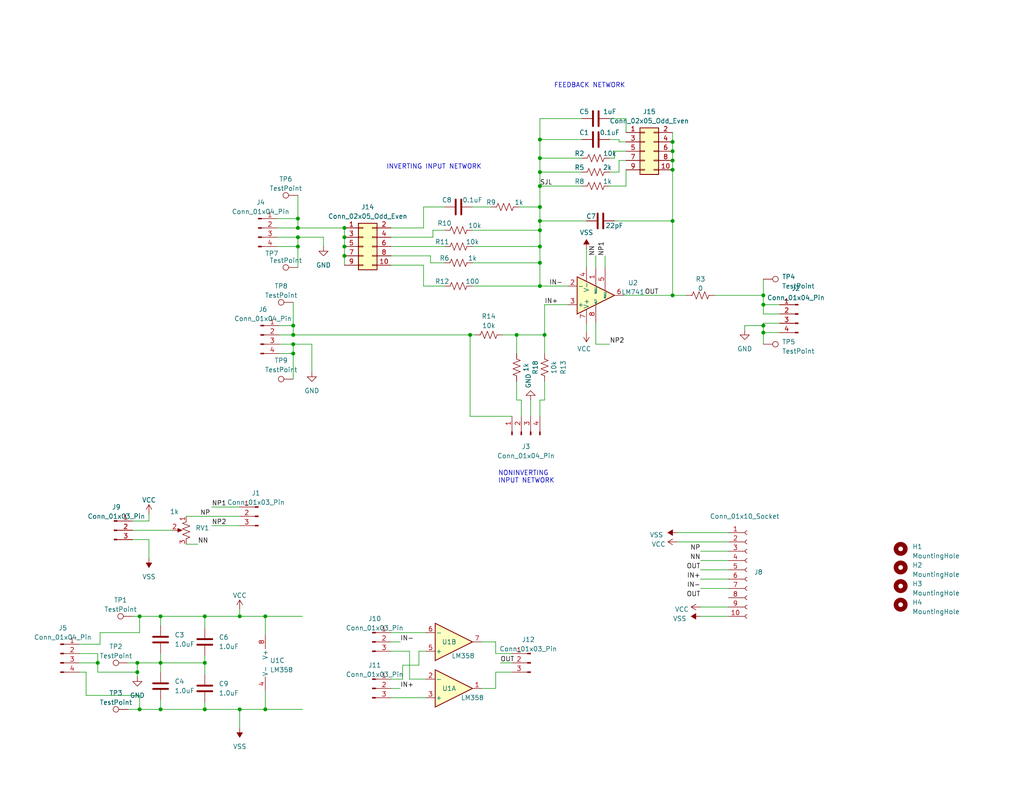
<source format=kicad_sch>
(kicad_sch (version 20230121) (generator eeschema)

  (uuid b69282a1-dfbe-4b32-8ce1-82537d42439c)

  (paper "A")

  (lib_symbols
    (symbol "Amplifier_Operational:LM358" (pin_names (offset 0.127)) (in_bom yes) (on_board yes)
      (property "Reference" "U" (at 0 5.08 0)
        (effects (font (size 1.27 1.27)) (justify left))
      )
      (property "Value" "LM358" (at 0 -5.08 0)
        (effects (font (size 1.27 1.27)) (justify left))
      )
      (property "Footprint" "" (at 0 0 0)
        (effects (font (size 1.27 1.27)) hide)
      )
      (property "Datasheet" "http://www.ti.com/lit/ds/symlink/lm2904-n.pdf" (at 0 0 0)
        (effects (font (size 1.27 1.27)) hide)
      )
      (property "ki_locked" "" (at 0 0 0)
        (effects (font (size 1.27 1.27)))
      )
      (property "ki_keywords" "dual opamp" (at 0 0 0)
        (effects (font (size 1.27 1.27)) hide)
      )
      (property "ki_description" "Low-Power, Dual Operational Amplifiers, DIP-8/SOIC-8/TO-99-8" (at 0 0 0)
        (effects (font (size 1.27 1.27)) hide)
      )
      (property "ki_fp_filters" "SOIC*3.9x4.9mm*P1.27mm* DIP*W7.62mm* TO*99* OnSemi*Micro8* TSSOP*3x3mm*P0.65mm* TSSOP*4.4x3mm*P0.65mm* MSOP*3x3mm*P0.65mm* SSOP*3.9x4.9mm*P0.635mm* LFCSP*2x2mm*P0.5mm* *SIP* SOIC*5.3x6.2mm*P1.27mm*" (at 0 0 0)
        (effects (font (size 1.27 1.27)) hide)
      )
      (symbol "LM358_1_1"
        (polyline
          (pts
            (xy -5.08 5.08)
            (xy 5.08 0)
            (xy -5.08 -5.08)
            (xy -5.08 5.08)
          )
          (stroke (width 0.254) (type default))
          (fill (type background))
        )
        (pin output line (at 7.62 0 180) (length 2.54)
          (name "~" (effects (font (size 1.27 1.27))))
          (number "1" (effects (font (size 1.27 1.27))))
        )
        (pin input line (at -7.62 -2.54 0) (length 2.54)
          (name "-" (effects (font (size 1.27 1.27))))
          (number "2" (effects (font (size 1.27 1.27))))
        )
        (pin input line (at -7.62 2.54 0) (length 2.54)
          (name "+" (effects (font (size 1.27 1.27))))
          (number "3" (effects (font (size 1.27 1.27))))
        )
      )
      (symbol "LM358_2_1"
        (polyline
          (pts
            (xy -5.08 5.08)
            (xy 5.08 0)
            (xy -5.08 -5.08)
            (xy -5.08 5.08)
          )
          (stroke (width 0.254) (type default))
          (fill (type background))
        )
        (pin input line (at -7.62 2.54 0) (length 2.54)
          (name "+" (effects (font (size 1.27 1.27))))
          (number "5" (effects (font (size 1.27 1.27))))
        )
        (pin input line (at -7.62 -2.54 0) (length 2.54)
          (name "-" (effects (font (size 1.27 1.27))))
          (number "6" (effects (font (size 1.27 1.27))))
        )
        (pin output line (at 7.62 0 180) (length 2.54)
          (name "~" (effects (font (size 1.27 1.27))))
          (number "7" (effects (font (size 1.27 1.27))))
        )
      )
      (symbol "LM358_3_1"
        (pin power_in line (at -2.54 -7.62 90) (length 3.81)
          (name "V-" (effects (font (size 1.27 1.27))))
          (number "4" (effects (font (size 1.27 1.27))))
        )
        (pin power_in line (at -2.54 7.62 270) (length 3.81)
          (name "V+" (effects (font (size 1.27 1.27))))
          (number "8" (effects (font (size 1.27 1.27))))
        )
      )
    )
    (symbol "Amplifier_Operational:LM741" (pin_names (offset 0.127)) (in_bom yes) (on_board yes)
      (property "Reference" "U2" (at 10.16 -3.4289 0)
        (effects (font (size 1.27 1.27)))
      )
      (property "Value" "LM741" (at 10.16 -0.8889 0)
        (effects (font (size 1.27 1.27)))
      )
      (property "Footprint" "Package_DIP:DIP-8_W7.62mm" (at 1.27 -1.27 0)
        (effects (font (size 1.27 1.27)) hide)
      )
      (property "Datasheet" "http://www.ti.com/lit/ds/symlink/lm741.pdf" (at 3.81 -3.81 0)
        (effects (font (size 1.27 1.27)) hide)
      )
      (property "ki_keywords" "single opamp" (at 0 0 0)
        (effects (font (size 1.27 1.27)) hide)
      )
      (property "ki_description" "Operational Amplifier, DIP-8/TO-99-8" (at 0 0 0)
        (effects (font (size 1.27 1.27)) hide)
      )
      (property "ki_fp_filters" "SOIC*3.9x4.9mm*P1.27mm* DIP*W7.62mm* TSSOP*3x3mm*P0.65mm*" (at 0 0 0)
        (effects (font (size 1.27 1.27)) hide)
      )
      (symbol "LM741_0_1"
        (polyline
          (pts
            (xy -5.08 5.08)
            (xy 5.08 0)
            (xy -5.08 -5.08)
            (xy -5.08 5.08)
          )
          (stroke (width 0.254) (type default))
          (fill (type background))
        )
      )
      (symbol "LM741_1_1"
        (pin input line (at 0 -7.62 90) (length 5.08)
          (name "NULL" (effects (font (size 0.508 0.508))))
          (number "1" (effects (font (size 1.27 1.27))))
        )
        (pin input line (at -7.62 -2.54 0) (length 2.54)
          (name "-" (effects (font (size 1.27 1.27))))
          (number "2" (effects (font (size 1.27 1.27))))
        )
        (pin input line (at -7.62 2.54 0) (length 2.54)
          (name "+" (effects (font (size 1.27 1.27))))
          (number "3" (effects (font (size 1.27 1.27))))
        )
        (pin power_in line (at -2.54 -7.62 90) (length 3.81)
          (name "V-" (effects (font (size 1.27 1.27))))
          (number "4" (effects (font (size 1.27 1.27))))
        )
        (pin input line (at 2.54 -7.62 90) (length 6.35)
          (name "NULL" (effects (font (size 0.508 0.508))))
          (number "5" (effects (font (size 1.27 1.27))))
        )
        (pin output line (at 7.62 0 180) (length 2.54)
          (name "~" (effects (font (size 1.27 1.27))))
          (number "6" (effects (font (size 1.27 1.27))))
        )
        (pin power_in line (at -2.54 7.62 270) (length 3.81)
          (name "V+" (effects (font (size 1.27 1.27))))
          (number "7" (effects (font (size 1.27 1.27))))
        )
        (pin input line (at 0 7.62 270) (length 5.08)
          (name "ALT" (effects (font (size 0.508 0.508))))
          (number "8" (effects (font (size 1.27 1.27))))
        )
        (pin no_connect line (at 0 2.54 270) (length 2.54) hide
          (name "NC" (effects (font (size 1.27 1.27))))
          (number "8" (effects (font (size 1.27 1.27))))
        )
      )
    )
    (symbol "Connector:Conn_01x03_Pin" (pin_names (offset 1.016) hide) (in_bom yes) (on_board yes)
      (property "Reference" "J" (at 0 5.08 0)
        (effects (font (size 1.27 1.27)))
      )
      (property "Value" "Conn_01x03_Pin" (at 0 -5.08 0)
        (effects (font (size 1.27 1.27)))
      )
      (property "Footprint" "" (at 0 0 0)
        (effects (font (size 1.27 1.27)) hide)
      )
      (property "Datasheet" "~" (at 0 0 0)
        (effects (font (size 1.27 1.27)) hide)
      )
      (property "ki_locked" "" (at 0 0 0)
        (effects (font (size 1.27 1.27)))
      )
      (property "ki_keywords" "connector" (at 0 0 0)
        (effects (font (size 1.27 1.27)) hide)
      )
      (property "ki_description" "Generic connector, single row, 01x03, script generated" (at 0 0 0)
        (effects (font (size 1.27 1.27)) hide)
      )
      (property "ki_fp_filters" "Connector*:*_1x??_*" (at 0 0 0)
        (effects (font (size 1.27 1.27)) hide)
      )
      (symbol "Conn_01x03_Pin_1_1"
        (polyline
          (pts
            (xy 1.27 -2.54)
            (xy 0.8636 -2.54)
          )
          (stroke (width 0.1524) (type default))
          (fill (type none))
        )
        (polyline
          (pts
            (xy 1.27 0)
            (xy 0.8636 0)
          )
          (stroke (width 0.1524) (type default))
          (fill (type none))
        )
        (polyline
          (pts
            (xy 1.27 2.54)
            (xy 0.8636 2.54)
          )
          (stroke (width 0.1524) (type default))
          (fill (type none))
        )
        (rectangle (start 0.8636 -2.413) (end 0 -2.667)
          (stroke (width 0.1524) (type default))
          (fill (type outline))
        )
        (rectangle (start 0.8636 0.127) (end 0 -0.127)
          (stroke (width 0.1524) (type default))
          (fill (type outline))
        )
        (rectangle (start 0.8636 2.667) (end 0 2.413)
          (stroke (width 0.1524) (type default))
          (fill (type outline))
        )
        (pin passive line (at 5.08 2.54 180) (length 3.81)
          (name "Pin_1" (effects (font (size 1.27 1.27))))
          (number "1" (effects (font (size 1.27 1.27))))
        )
        (pin passive line (at 5.08 0 180) (length 3.81)
          (name "Pin_2" (effects (font (size 1.27 1.27))))
          (number "2" (effects (font (size 1.27 1.27))))
        )
        (pin passive line (at 5.08 -2.54 180) (length 3.81)
          (name "Pin_3" (effects (font (size 1.27 1.27))))
          (number "3" (effects (font (size 1.27 1.27))))
        )
      )
    )
    (symbol "Connector:Conn_01x04_Pin" (pin_names (offset 1.016) hide) (in_bom yes) (on_board yes)
      (property "Reference" "J" (at 0 5.08 0)
        (effects (font (size 1.27 1.27)))
      )
      (property "Value" "Conn_01x04_Pin" (at 0 -7.62 0)
        (effects (font (size 1.27 1.27)))
      )
      (property "Footprint" "" (at 0 0 0)
        (effects (font (size 1.27 1.27)) hide)
      )
      (property "Datasheet" "~" (at 0 0 0)
        (effects (font (size 1.27 1.27)) hide)
      )
      (property "ki_locked" "" (at 0 0 0)
        (effects (font (size 1.27 1.27)))
      )
      (property "ki_keywords" "connector" (at 0 0 0)
        (effects (font (size 1.27 1.27)) hide)
      )
      (property "ki_description" "Generic connector, single row, 01x04, script generated" (at 0 0 0)
        (effects (font (size 1.27 1.27)) hide)
      )
      (property "ki_fp_filters" "Connector*:*_1x??_*" (at 0 0 0)
        (effects (font (size 1.27 1.27)) hide)
      )
      (symbol "Conn_01x04_Pin_1_1"
        (polyline
          (pts
            (xy 1.27 -5.08)
            (xy 0.8636 -5.08)
          )
          (stroke (width 0.1524) (type default))
          (fill (type none))
        )
        (polyline
          (pts
            (xy 1.27 -2.54)
            (xy 0.8636 -2.54)
          )
          (stroke (width 0.1524) (type default))
          (fill (type none))
        )
        (polyline
          (pts
            (xy 1.27 0)
            (xy 0.8636 0)
          )
          (stroke (width 0.1524) (type default))
          (fill (type none))
        )
        (polyline
          (pts
            (xy 1.27 2.54)
            (xy 0.8636 2.54)
          )
          (stroke (width 0.1524) (type default))
          (fill (type none))
        )
        (rectangle (start 0.8636 -4.953) (end 0 -5.207)
          (stroke (width 0.1524) (type default))
          (fill (type outline))
        )
        (rectangle (start 0.8636 -2.413) (end 0 -2.667)
          (stroke (width 0.1524) (type default))
          (fill (type outline))
        )
        (rectangle (start 0.8636 0.127) (end 0 -0.127)
          (stroke (width 0.1524) (type default))
          (fill (type outline))
        )
        (rectangle (start 0.8636 2.667) (end 0 2.413)
          (stroke (width 0.1524) (type default))
          (fill (type outline))
        )
        (pin passive line (at 5.08 2.54 180) (length 3.81)
          (name "Pin_1" (effects (font (size 1.27 1.27))))
          (number "1" (effects (font (size 1.27 1.27))))
        )
        (pin passive line (at 5.08 0 180) (length 3.81)
          (name "Pin_2" (effects (font (size 1.27 1.27))))
          (number "2" (effects (font (size 1.27 1.27))))
        )
        (pin passive line (at 5.08 -2.54 180) (length 3.81)
          (name "Pin_3" (effects (font (size 1.27 1.27))))
          (number "3" (effects (font (size 1.27 1.27))))
        )
        (pin passive line (at 5.08 -5.08 180) (length 3.81)
          (name "Pin_4" (effects (font (size 1.27 1.27))))
          (number "4" (effects (font (size 1.27 1.27))))
        )
      )
    )
    (symbol "Connector:Conn_01x10_Socket" (pin_names (offset 1.016) hide) (in_bom yes) (on_board yes)
      (property "Reference" "J" (at 0 12.7 0)
        (effects (font (size 1.27 1.27)))
      )
      (property "Value" "Conn_01x10_Socket" (at 0 -15.24 0)
        (effects (font (size 1.27 1.27)))
      )
      (property "Footprint" "" (at 0 0 0)
        (effects (font (size 1.27 1.27)) hide)
      )
      (property "Datasheet" "~" (at 0 0 0)
        (effects (font (size 1.27 1.27)) hide)
      )
      (property "ki_locked" "" (at 0 0 0)
        (effects (font (size 1.27 1.27)))
      )
      (property "ki_keywords" "connector" (at 0 0 0)
        (effects (font (size 1.27 1.27)) hide)
      )
      (property "ki_description" "Generic connector, single row, 01x10, script generated" (at 0 0 0)
        (effects (font (size 1.27 1.27)) hide)
      )
      (property "ki_fp_filters" "Connector*:*_1x??_*" (at 0 0 0)
        (effects (font (size 1.27 1.27)) hide)
      )
      (symbol "Conn_01x10_Socket_1_1"
        (arc (start 0 -12.192) (mid -0.5058 -12.7) (end 0 -13.208)
          (stroke (width 0.1524) (type default))
          (fill (type none))
        )
        (arc (start 0 -9.652) (mid -0.5058 -10.16) (end 0 -10.668)
          (stroke (width 0.1524) (type default))
          (fill (type none))
        )
        (arc (start 0 -7.112) (mid -0.5058 -7.62) (end 0 -8.128)
          (stroke (width 0.1524) (type default))
          (fill (type none))
        )
        (arc (start 0 -4.572) (mid -0.5058 -5.08) (end 0 -5.588)
          (stroke (width 0.1524) (type default))
          (fill (type none))
        )
        (arc (start 0 -2.032) (mid -0.5058 -2.54) (end 0 -3.048)
          (stroke (width 0.1524) (type default))
          (fill (type none))
        )
        (polyline
          (pts
            (xy -1.27 -12.7)
            (xy -0.508 -12.7)
          )
          (stroke (width 0.1524) (type default))
          (fill (type none))
        )
        (polyline
          (pts
            (xy -1.27 -10.16)
            (xy -0.508 -10.16)
          )
          (stroke (width 0.1524) (type default))
          (fill (type none))
        )
        (polyline
          (pts
            (xy -1.27 -7.62)
            (xy -0.508 -7.62)
          )
          (stroke (width 0.1524) (type default))
          (fill (type none))
        )
        (polyline
          (pts
            (xy -1.27 -5.08)
            (xy -0.508 -5.08)
          )
          (stroke (width 0.1524) (type default))
          (fill (type none))
        )
        (polyline
          (pts
            (xy -1.27 -2.54)
            (xy -0.508 -2.54)
          )
          (stroke (width 0.1524) (type default))
          (fill (type none))
        )
        (polyline
          (pts
            (xy -1.27 0)
            (xy -0.508 0)
          )
          (stroke (width 0.1524) (type default))
          (fill (type none))
        )
        (polyline
          (pts
            (xy -1.27 2.54)
            (xy -0.508 2.54)
          )
          (stroke (width 0.1524) (type default))
          (fill (type none))
        )
        (polyline
          (pts
            (xy -1.27 5.08)
            (xy -0.508 5.08)
          )
          (stroke (width 0.1524) (type default))
          (fill (type none))
        )
        (polyline
          (pts
            (xy -1.27 7.62)
            (xy -0.508 7.62)
          )
          (stroke (width 0.1524) (type default))
          (fill (type none))
        )
        (polyline
          (pts
            (xy -1.27 10.16)
            (xy -0.508 10.16)
          )
          (stroke (width 0.1524) (type default))
          (fill (type none))
        )
        (arc (start 0 0.508) (mid -0.5058 0) (end 0 -0.508)
          (stroke (width 0.1524) (type default))
          (fill (type none))
        )
        (arc (start 0 3.048) (mid -0.5058 2.54) (end 0 2.032)
          (stroke (width 0.1524) (type default))
          (fill (type none))
        )
        (arc (start 0 5.588) (mid -0.5058 5.08) (end 0 4.572)
          (stroke (width 0.1524) (type default))
          (fill (type none))
        )
        (arc (start 0 8.128) (mid -0.5058 7.62) (end 0 7.112)
          (stroke (width 0.1524) (type default))
          (fill (type none))
        )
        (arc (start 0 10.668) (mid -0.5058 10.16) (end 0 9.652)
          (stroke (width 0.1524) (type default))
          (fill (type none))
        )
        (pin passive line (at -5.08 10.16 0) (length 3.81)
          (name "Pin_1" (effects (font (size 1.27 1.27))))
          (number "1" (effects (font (size 1.27 1.27))))
        )
        (pin passive line (at -5.08 -12.7 0) (length 3.81)
          (name "Pin_10" (effects (font (size 1.27 1.27))))
          (number "10" (effects (font (size 1.27 1.27))))
        )
        (pin passive line (at -5.08 7.62 0) (length 3.81)
          (name "Pin_2" (effects (font (size 1.27 1.27))))
          (number "2" (effects (font (size 1.27 1.27))))
        )
        (pin passive line (at -5.08 5.08 0) (length 3.81)
          (name "Pin_3" (effects (font (size 1.27 1.27))))
          (number "3" (effects (font (size 1.27 1.27))))
        )
        (pin passive line (at -5.08 2.54 0) (length 3.81)
          (name "Pin_4" (effects (font (size 1.27 1.27))))
          (number "4" (effects (font (size 1.27 1.27))))
        )
        (pin passive line (at -5.08 0 0) (length 3.81)
          (name "Pin_5" (effects (font (size 1.27 1.27))))
          (number "5" (effects (font (size 1.27 1.27))))
        )
        (pin passive line (at -5.08 -2.54 0) (length 3.81)
          (name "Pin_6" (effects (font (size 1.27 1.27))))
          (number "6" (effects (font (size 1.27 1.27))))
        )
        (pin passive line (at -5.08 -5.08 0) (length 3.81)
          (name "Pin_7" (effects (font (size 1.27 1.27))))
          (number "7" (effects (font (size 1.27 1.27))))
        )
        (pin passive line (at -5.08 -7.62 0) (length 3.81)
          (name "Pin_8" (effects (font (size 1.27 1.27))))
          (number "8" (effects (font (size 1.27 1.27))))
        )
        (pin passive line (at -5.08 -10.16 0) (length 3.81)
          (name "Pin_9" (effects (font (size 1.27 1.27))))
          (number "9" (effects (font (size 1.27 1.27))))
        )
      )
    )
    (symbol "Connector:TestPoint" (pin_numbers hide) (pin_names (offset 0.762) hide) (in_bom yes) (on_board yes)
      (property "Reference" "TP" (at 0 6.858 0)
        (effects (font (size 1.27 1.27)))
      )
      (property "Value" "TestPoint" (at 0 5.08 0)
        (effects (font (size 1.27 1.27)))
      )
      (property "Footprint" "" (at 5.08 0 0)
        (effects (font (size 1.27 1.27)) hide)
      )
      (property "Datasheet" "~" (at 5.08 0 0)
        (effects (font (size 1.27 1.27)) hide)
      )
      (property "ki_keywords" "test point tp" (at 0 0 0)
        (effects (font (size 1.27 1.27)) hide)
      )
      (property "ki_description" "test point" (at 0 0 0)
        (effects (font (size 1.27 1.27)) hide)
      )
      (property "ki_fp_filters" "Pin* Test*" (at 0 0 0)
        (effects (font (size 1.27 1.27)) hide)
      )
      (symbol "TestPoint_0_1"
        (circle (center 0 3.302) (radius 0.762)
          (stroke (width 0) (type default))
          (fill (type none))
        )
      )
      (symbol "TestPoint_1_1"
        (pin passive line (at 0 0 90) (length 2.54)
          (name "1" (effects (font (size 1.27 1.27))))
          (number "1" (effects (font (size 1.27 1.27))))
        )
      )
    )
    (symbol "Connector_Generic:Conn_02x05_Odd_Even" (pin_names (offset 1.016) hide) (in_bom yes) (on_board yes)
      (property "Reference" "J" (at 1.27 7.62 0)
        (effects (font (size 1.27 1.27)))
      )
      (property "Value" "Conn_02x05_Odd_Even" (at 1.27 -7.62 0)
        (effects (font (size 1.27 1.27)))
      )
      (property "Footprint" "" (at 0 0 0)
        (effects (font (size 1.27 1.27)) hide)
      )
      (property "Datasheet" "~" (at 0 0 0)
        (effects (font (size 1.27 1.27)) hide)
      )
      (property "ki_keywords" "connector" (at 0 0 0)
        (effects (font (size 1.27 1.27)) hide)
      )
      (property "ki_description" "Generic connector, double row, 02x05, odd/even pin numbering scheme (row 1 odd numbers, row 2 even numbers), script generated (kicad-library-utils/schlib/autogen/connector/)" (at 0 0 0)
        (effects (font (size 1.27 1.27)) hide)
      )
      (property "ki_fp_filters" "Connector*:*_2x??_*" (at 0 0 0)
        (effects (font (size 1.27 1.27)) hide)
      )
      (symbol "Conn_02x05_Odd_Even_1_1"
        (rectangle (start -1.27 -4.953) (end 0 -5.207)
          (stroke (width 0.1524) (type default))
          (fill (type none))
        )
        (rectangle (start -1.27 -2.413) (end 0 -2.667)
          (stroke (width 0.1524) (type default))
          (fill (type none))
        )
        (rectangle (start -1.27 0.127) (end 0 -0.127)
          (stroke (width 0.1524) (type default))
          (fill (type none))
        )
        (rectangle (start -1.27 2.667) (end 0 2.413)
          (stroke (width 0.1524) (type default))
          (fill (type none))
        )
        (rectangle (start -1.27 5.207) (end 0 4.953)
          (stroke (width 0.1524) (type default))
          (fill (type none))
        )
        (rectangle (start -1.27 6.35) (end 3.81 -6.35)
          (stroke (width 0.254) (type default))
          (fill (type background))
        )
        (rectangle (start 3.81 -4.953) (end 2.54 -5.207)
          (stroke (width 0.1524) (type default))
          (fill (type none))
        )
        (rectangle (start 3.81 -2.413) (end 2.54 -2.667)
          (stroke (width 0.1524) (type default))
          (fill (type none))
        )
        (rectangle (start 3.81 0.127) (end 2.54 -0.127)
          (stroke (width 0.1524) (type default))
          (fill (type none))
        )
        (rectangle (start 3.81 2.667) (end 2.54 2.413)
          (stroke (width 0.1524) (type default))
          (fill (type none))
        )
        (rectangle (start 3.81 5.207) (end 2.54 4.953)
          (stroke (width 0.1524) (type default))
          (fill (type none))
        )
        (pin passive line (at -5.08 5.08 0) (length 3.81)
          (name "Pin_1" (effects (font (size 1.27 1.27))))
          (number "1" (effects (font (size 1.27 1.27))))
        )
        (pin passive line (at 7.62 -5.08 180) (length 3.81)
          (name "Pin_10" (effects (font (size 1.27 1.27))))
          (number "10" (effects (font (size 1.27 1.27))))
        )
        (pin passive line (at 7.62 5.08 180) (length 3.81)
          (name "Pin_2" (effects (font (size 1.27 1.27))))
          (number "2" (effects (font (size 1.27 1.27))))
        )
        (pin passive line (at -5.08 2.54 0) (length 3.81)
          (name "Pin_3" (effects (font (size 1.27 1.27))))
          (number "3" (effects (font (size 1.27 1.27))))
        )
        (pin passive line (at 7.62 2.54 180) (length 3.81)
          (name "Pin_4" (effects (font (size 1.27 1.27))))
          (number "4" (effects (font (size 1.27 1.27))))
        )
        (pin passive line (at -5.08 0 0) (length 3.81)
          (name "Pin_5" (effects (font (size 1.27 1.27))))
          (number "5" (effects (font (size 1.27 1.27))))
        )
        (pin passive line (at 7.62 0 180) (length 3.81)
          (name "Pin_6" (effects (font (size 1.27 1.27))))
          (number "6" (effects (font (size 1.27 1.27))))
        )
        (pin passive line (at -5.08 -2.54 0) (length 3.81)
          (name "Pin_7" (effects (font (size 1.27 1.27))))
          (number "7" (effects (font (size 1.27 1.27))))
        )
        (pin passive line (at 7.62 -2.54 180) (length 3.81)
          (name "Pin_8" (effects (font (size 1.27 1.27))))
          (number "8" (effects (font (size 1.27 1.27))))
        )
        (pin passive line (at -5.08 -5.08 0) (length 3.81)
          (name "Pin_9" (effects (font (size 1.27 1.27))))
          (number "9" (effects (font (size 1.27 1.27))))
        )
      )
    )
    (symbol "Device:C" (pin_numbers hide) (pin_names (offset 0.254)) (in_bom yes) (on_board yes)
      (property "Reference" "C" (at 0.635 2.54 0)
        (effects (font (size 1.27 1.27)) (justify left))
      )
      (property "Value" "C" (at 0.635 -2.54 0)
        (effects (font (size 1.27 1.27)) (justify left))
      )
      (property "Footprint" "" (at 0.9652 -3.81 0)
        (effects (font (size 1.27 1.27)) hide)
      )
      (property "Datasheet" "~" (at 0 0 0)
        (effects (font (size 1.27 1.27)) hide)
      )
      (property "ki_keywords" "cap capacitor" (at 0 0 0)
        (effects (font (size 1.27 1.27)) hide)
      )
      (property "ki_description" "Unpolarized capacitor" (at 0 0 0)
        (effects (font (size 1.27 1.27)) hide)
      )
      (property "ki_fp_filters" "C_*" (at 0 0 0)
        (effects (font (size 1.27 1.27)) hide)
      )
      (symbol "C_0_1"
        (polyline
          (pts
            (xy -2.032 -0.762)
            (xy 2.032 -0.762)
          )
          (stroke (width 0.508) (type default))
          (fill (type none))
        )
        (polyline
          (pts
            (xy -2.032 0.762)
            (xy 2.032 0.762)
          )
          (stroke (width 0.508) (type default))
          (fill (type none))
        )
      )
      (symbol "C_1_1"
        (pin passive line (at 0 3.81 270) (length 2.794)
          (name "~" (effects (font (size 1.27 1.27))))
          (number "1" (effects (font (size 1.27 1.27))))
        )
        (pin passive line (at 0 -3.81 90) (length 2.794)
          (name "~" (effects (font (size 1.27 1.27))))
          (number "2" (effects (font (size 1.27 1.27))))
        )
      )
    )
    (symbol "Device:R_Potentiometer_US" (pin_names (offset 1.016) hide) (in_bom yes) (on_board yes)
      (property "Reference" "RV" (at -4.445 0 90)
        (effects (font (size 1.27 1.27)))
      )
      (property "Value" "R_Potentiometer_US" (at -2.54 0 90)
        (effects (font (size 1.27 1.27)))
      )
      (property "Footprint" "" (at 0 0 0)
        (effects (font (size 1.27 1.27)) hide)
      )
      (property "Datasheet" "~" (at 0 0 0)
        (effects (font (size 1.27 1.27)) hide)
      )
      (property "ki_keywords" "resistor variable" (at 0 0 0)
        (effects (font (size 1.27 1.27)) hide)
      )
      (property "ki_description" "Potentiometer, US symbol" (at 0 0 0)
        (effects (font (size 1.27 1.27)) hide)
      )
      (property "ki_fp_filters" "Potentiometer*" (at 0 0 0)
        (effects (font (size 1.27 1.27)) hide)
      )
      (symbol "R_Potentiometer_US_0_1"
        (polyline
          (pts
            (xy 0 -2.286)
            (xy 0 -2.54)
          )
          (stroke (width 0) (type default))
          (fill (type none))
        )
        (polyline
          (pts
            (xy 0 2.54)
            (xy 0 2.286)
          )
          (stroke (width 0) (type default))
          (fill (type none))
        )
        (polyline
          (pts
            (xy 2.54 0)
            (xy 1.524 0)
          )
          (stroke (width 0) (type default))
          (fill (type none))
        )
        (polyline
          (pts
            (xy 1.143 0)
            (xy 2.286 0.508)
            (xy 2.286 -0.508)
            (xy 1.143 0)
          )
          (stroke (width 0) (type default))
          (fill (type outline))
        )
        (polyline
          (pts
            (xy 0 -0.762)
            (xy 1.016 -1.143)
            (xy 0 -1.524)
            (xy -1.016 -1.905)
            (xy 0 -2.286)
          )
          (stroke (width 0) (type default))
          (fill (type none))
        )
        (polyline
          (pts
            (xy 0 0.762)
            (xy 1.016 0.381)
            (xy 0 0)
            (xy -1.016 -0.381)
            (xy 0 -0.762)
          )
          (stroke (width 0) (type default))
          (fill (type none))
        )
        (polyline
          (pts
            (xy 0 2.286)
            (xy 1.016 1.905)
            (xy 0 1.524)
            (xy -1.016 1.143)
            (xy 0 0.762)
          )
          (stroke (width 0) (type default))
          (fill (type none))
        )
      )
      (symbol "R_Potentiometer_US_1_1"
        (pin passive line (at 0 3.81 270) (length 1.27)
          (name "1" (effects (font (size 1.27 1.27))))
          (number "1" (effects (font (size 1.27 1.27))))
        )
        (pin passive line (at 3.81 0 180) (length 1.27)
          (name "2" (effects (font (size 1.27 1.27))))
          (number "2" (effects (font (size 1.27 1.27))))
        )
        (pin passive line (at 0 -3.81 90) (length 1.27)
          (name "3" (effects (font (size 1.27 1.27))))
          (number "3" (effects (font (size 1.27 1.27))))
        )
      )
    )
    (symbol "Device:R_US" (pin_numbers hide) (pin_names (offset 0)) (in_bom yes) (on_board yes)
      (property "Reference" "R" (at 2.54 0 90)
        (effects (font (size 1.27 1.27)))
      )
      (property "Value" "R_US" (at -2.54 0 90)
        (effects (font (size 1.27 1.27)))
      )
      (property "Footprint" "" (at 1.016 -0.254 90)
        (effects (font (size 1.27 1.27)) hide)
      )
      (property "Datasheet" "~" (at 0 0 0)
        (effects (font (size 1.27 1.27)) hide)
      )
      (property "ki_keywords" "R res resistor" (at 0 0 0)
        (effects (font (size 1.27 1.27)) hide)
      )
      (property "ki_description" "Resistor, US symbol" (at 0 0 0)
        (effects (font (size 1.27 1.27)) hide)
      )
      (property "ki_fp_filters" "R_*" (at 0 0 0)
        (effects (font (size 1.27 1.27)) hide)
      )
      (symbol "R_US_0_1"
        (polyline
          (pts
            (xy 0 -2.286)
            (xy 0 -2.54)
          )
          (stroke (width 0) (type default))
          (fill (type none))
        )
        (polyline
          (pts
            (xy 0 2.286)
            (xy 0 2.54)
          )
          (stroke (width 0) (type default))
          (fill (type none))
        )
        (polyline
          (pts
            (xy 0 -0.762)
            (xy 1.016 -1.143)
            (xy 0 -1.524)
            (xy -1.016 -1.905)
            (xy 0 -2.286)
          )
          (stroke (width 0) (type default))
          (fill (type none))
        )
        (polyline
          (pts
            (xy 0 0.762)
            (xy 1.016 0.381)
            (xy 0 0)
            (xy -1.016 -0.381)
            (xy 0 -0.762)
          )
          (stroke (width 0) (type default))
          (fill (type none))
        )
        (polyline
          (pts
            (xy 0 2.286)
            (xy 1.016 1.905)
            (xy 0 1.524)
            (xy -1.016 1.143)
            (xy 0 0.762)
          )
          (stroke (width 0) (type default))
          (fill (type none))
        )
      )
      (symbol "R_US_1_1"
        (pin passive line (at 0 3.81 270) (length 1.27)
          (name "~" (effects (font (size 1.27 1.27))))
          (number "1" (effects (font (size 1.27 1.27))))
        )
        (pin passive line (at 0 -3.81 90) (length 1.27)
          (name "~" (effects (font (size 1.27 1.27))))
          (number "2" (effects (font (size 1.27 1.27))))
        )
      )
    )
    (symbol "Mechanical:MountingHole" (pin_names (offset 1.016)) (in_bom yes) (on_board yes)
      (property "Reference" "H" (at 0 5.08 0)
        (effects (font (size 1.27 1.27)))
      )
      (property "Value" "MountingHole" (at 0 3.175 0)
        (effects (font (size 1.27 1.27)))
      )
      (property "Footprint" "" (at 0 0 0)
        (effects (font (size 1.27 1.27)) hide)
      )
      (property "Datasheet" "~" (at 0 0 0)
        (effects (font (size 1.27 1.27)) hide)
      )
      (property "ki_keywords" "mounting hole" (at 0 0 0)
        (effects (font (size 1.27 1.27)) hide)
      )
      (property "ki_description" "Mounting Hole without connection" (at 0 0 0)
        (effects (font (size 1.27 1.27)) hide)
      )
      (property "ki_fp_filters" "MountingHole*" (at 0 0 0)
        (effects (font (size 1.27 1.27)) hide)
      )
      (symbol "MountingHole_0_1"
        (circle (center 0 0) (radius 1.27)
          (stroke (width 1.27) (type default))
          (fill (type none))
        )
      )
    )
    (symbol "power:GND" (power) (pin_names (offset 0)) (in_bom yes) (on_board yes)
      (property "Reference" "#PWR" (at 0 -6.35 0)
        (effects (font (size 1.27 1.27)) hide)
      )
      (property "Value" "GND" (at 0 -3.81 0)
        (effects (font (size 1.27 1.27)))
      )
      (property "Footprint" "" (at 0 0 0)
        (effects (font (size 1.27 1.27)) hide)
      )
      (property "Datasheet" "" (at 0 0 0)
        (effects (font (size 1.27 1.27)) hide)
      )
      (property "ki_keywords" "global power" (at 0 0 0)
        (effects (font (size 1.27 1.27)) hide)
      )
      (property "ki_description" "Power symbol creates a global label with name \"GND\" , ground" (at 0 0 0)
        (effects (font (size 1.27 1.27)) hide)
      )
      (symbol "GND_0_1"
        (polyline
          (pts
            (xy 0 0)
            (xy 0 -1.27)
            (xy 1.27 -1.27)
            (xy 0 -2.54)
            (xy -1.27 -1.27)
            (xy 0 -1.27)
          )
          (stroke (width 0) (type default))
          (fill (type none))
        )
      )
      (symbol "GND_1_1"
        (pin power_in line (at 0 0 270) (length 0) hide
          (name "GND" (effects (font (size 1.27 1.27))))
          (number "1" (effects (font (size 1.27 1.27))))
        )
      )
    )
    (symbol "power:VCC" (power) (pin_names (offset 0)) (in_bom yes) (on_board yes)
      (property "Reference" "#PWR" (at 0 -3.81 0)
        (effects (font (size 1.27 1.27)) hide)
      )
      (property "Value" "VCC" (at 0 3.81 0)
        (effects (font (size 1.27 1.27)))
      )
      (property "Footprint" "" (at 0 0 0)
        (effects (font (size 1.27 1.27)) hide)
      )
      (property "Datasheet" "" (at 0 0 0)
        (effects (font (size 1.27 1.27)) hide)
      )
      (property "ki_keywords" "global power" (at 0 0 0)
        (effects (font (size 1.27 1.27)) hide)
      )
      (property "ki_description" "Power symbol creates a global label with name \"VCC\"" (at 0 0 0)
        (effects (font (size 1.27 1.27)) hide)
      )
      (symbol "VCC_0_1"
        (polyline
          (pts
            (xy -0.762 1.27)
            (xy 0 2.54)
          )
          (stroke (width 0) (type default))
          (fill (type none))
        )
        (polyline
          (pts
            (xy 0 0)
            (xy 0 2.54)
          )
          (stroke (width 0) (type default))
          (fill (type none))
        )
        (polyline
          (pts
            (xy 0 2.54)
            (xy 0.762 1.27)
          )
          (stroke (width 0) (type default))
          (fill (type none))
        )
      )
      (symbol "VCC_1_1"
        (pin power_in line (at 0 0 90) (length 0) hide
          (name "VCC" (effects (font (size 1.27 1.27))))
          (number "1" (effects (font (size 1.27 1.27))))
        )
      )
    )
    (symbol "power:VSS" (power) (pin_names (offset 0)) (in_bom yes) (on_board yes)
      (property "Reference" "#PWR" (at 0 -3.81 0)
        (effects (font (size 1.27 1.27)) hide)
      )
      (property "Value" "VSS" (at 0 3.81 0)
        (effects (font (size 1.27 1.27)))
      )
      (property "Footprint" "" (at 0 0 0)
        (effects (font (size 1.27 1.27)) hide)
      )
      (property "Datasheet" "" (at 0 0 0)
        (effects (font (size 1.27 1.27)) hide)
      )
      (property "ki_keywords" "global power" (at 0 0 0)
        (effects (font (size 1.27 1.27)) hide)
      )
      (property "ki_description" "Power symbol creates a global label with name \"VSS\"" (at 0 0 0)
        (effects (font (size 1.27 1.27)) hide)
      )
      (symbol "VSS_0_1"
        (polyline
          (pts
            (xy 0 0)
            (xy 0 2.54)
          )
          (stroke (width 0) (type default))
          (fill (type none))
        )
        (polyline
          (pts
            (xy 0.762 1.27)
            (xy -0.762 1.27)
            (xy 0 2.54)
            (xy 0.762 1.27)
          )
          (stroke (width 0) (type default))
          (fill (type outline))
        )
      )
      (symbol "VSS_1_1"
        (pin power_in line (at 0 0 90) (length 0) hide
          (name "VSS" (effects (font (size 1.27 1.27))))
          (number "1" (effects (font (size 1.27 1.27))))
        )
      )
    )
  )

  (junction (at 183.515 60.325) (diameter 0) (color 0 0 0 0)
    (uuid 02e06e46-d8fd-4551-b993-30d7793b362d)
  )
  (junction (at 43.815 180.975) (diameter 0) (color 0 0 0 0)
    (uuid 04279d0f-1704-4bf2-9b10-6453a5a189fd)
  )
  (junction (at 147.32 38.1) (diameter 0) (color 0 0 0 0)
    (uuid 056db15a-254b-4ffe-877f-dc97c79fc15f)
  )
  (junction (at 43.815 168.275) (diameter 0) (color 0 0 0 0)
    (uuid 077dc8d8-006c-49d4-a51c-699f335e0ecd)
  )
  (junction (at 147.32 60.325) (diameter 0) (color 0 0 0 0)
    (uuid 0d0bd79e-2332-4180-b3ea-feb76119dd0a)
  )
  (junction (at 55.88 193.675) (diameter 0) (color 0 0 0 0)
    (uuid 0dd42d42-1320-4e4e-99dd-f550367ee947)
  )
  (junction (at 208.28 80.645) (diameter 0) (color 0 0 0 0)
    (uuid 1215a3c3-5ba0-442a-a258-25e610f0ae7e)
  )
  (junction (at 147.32 43.18) (diameter 0) (color 0 0 0 0)
    (uuid 19a498b6-eef8-45bb-b761-57f4bcf1afe7)
  )
  (junction (at 147.32 62.865) (diameter 0) (color 0 0 0 0)
    (uuid 1afd38f6-80db-4fa7-9602-43680def1b41)
  )
  (junction (at 147.32 50.8) (diameter 0) (color 0 0 0 0)
    (uuid 2f2ff4cf-129f-4e8c-8f08-9fcdc0b52baf)
  )
  (junction (at 147.32 67.31) (diameter 0) (color 0 0 0 0)
    (uuid 31ade70e-8f3e-44a7-9a94-9932269374fa)
  )
  (junction (at 55.88 168.275) (diameter 0) (color 0 0 0 0)
    (uuid 33c43278-11da-4460-a09c-362fea1e7cad)
  )
  (junction (at 93.98 67.31) (diameter 0) (color 0 0 0 0)
    (uuid 397f0c7a-1830-4edf-8e79-678cf52f8f15)
  )
  (junction (at 208.28 90.805) (diameter 0) (color 0 0 0 0)
    (uuid 4066075f-590b-4c5b-877b-512d306cabe3)
  )
  (junction (at 80.01 93.98) (diameter 0) (color 0 0 0 0)
    (uuid 40784047-0c72-4470-9bcd-d901c624ab30)
  )
  (junction (at 80.01 91.44) (diameter 0) (color 0 0 0 0)
    (uuid 414a861f-f278-48ff-8a83-9b58d95b7cab)
  )
  (junction (at 72.39 168.275) (diameter 0) (color 0 0 0 0)
    (uuid 42b5ab27-32cb-449b-95b1-ec6fe7643c2c)
  )
  (junction (at 183.515 80.645) (diameter 0) (color 0 0 0 0)
    (uuid 459d4760-b785-4950-8c7c-15b18c00944c)
  )
  (junction (at 38.1 193.675) (diameter 0) (color 0 0 0 0)
    (uuid 5356c9d4-f1dd-4771-aa46-b39655779087)
  )
  (junction (at 183.515 46.355) (diameter 0) (color 0 0 0 0)
    (uuid 5fe19980-b76b-4903-b39e-f4c6b80986a0)
  )
  (junction (at 93.98 62.23) (diameter 0) (color 0 0 0 0)
    (uuid 6953a2d7-405d-46db-b091-7f2391f48d43)
  )
  (junction (at 81.28 67.31) (diameter 0) (color 0 0 0 0)
    (uuid 6a9a05a7-fb11-4eb9-9464-5e69e59fe6d6)
  )
  (junction (at 81.28 64.77) (diameter 0) (color 0 0 0 0)
    (uuid 6b6fd1b2-abec-4f7e-8cab-86e8ded498e5)
  )
  (junction (at 38.1 168.275) (diameter 0) (color 0 0 0 0)
    (uuid 6eb59ebe-a427-44a9-9e48-99c076dd4817)
  )
  (junction (at 37.465 183.515) (diameter 0) (color 0 0 0 0)
    (uuid 75d6c0b3-1723-451e-9c1d-54ba2e17210c)
  )
  (junction (at 93.98 69.85) (diameter 0) (color 0 0 0 0)
    (uuid 7bda2b77-0902-4845-bbd8-5ed498779d6e)
  )
  (junction (at 183.515 41.275) (diameter 0) (color 0 0 0 0)
    (uuid 7ee1f285-806c-4001-b7a2-4b49b639119f)
  )
  (junction (at 65.405 193.675) (diameter 0) (color 0 0 0 0)
    (uuid 80664235-1fb2-414e-9213-c5e78e08a578)
  )
  (junction (at 55.88 180.975) (diameter 0) (color 0 0 0 0)
    (uuid 8108ea8e-466e-425d-805b-d9f8dc39c33c)
  )
  (junction (at 37.465 180.975) (diameter 0) (color 0 0 0 0)
    (uuid 8d32687f-8d5a-4a9c-9e3a-37a6e796a2b2)
  )
  (junction (at 72.39 193.675) (diameter 0) (color 0 0 0 0)
    (uuid 8f4fd6ba-2b6a-4fd3-853d-fcba66ccb49a)
  )
  (junction (at 147.32 78.105) (diameter 0) (color 0 0 0 0)
    (uuid 9088233a-192c-4032-9a3f-953129936fba)
  )
  (junction (at 208.28 88.9) (diameter 0) (color 0 0 0 0)
    (uuid 95762aa2-044f-4d18-825f-7da27c2e17d9)
  )
  (junction (at 65.405 168.275) (diameter 0) (color 0 0 0 0)
    (uuid a1954ac8-9f81-44a9-abf1-621ac85da51b)
  )
  (junction (at 147.32 56.515) (diameter 0) (color 0 0 0 0)
    (uuid a625a480-d019-44fb-93cc-cf54c99a28dc)
  )
  (junction (at 147.32 46.99) (diameter 0) (color 0 0 0 0)
    (uuid a7096c66-3b83-428e-99e0-9126a4475d9b)
  )
  (junction (at 80.01 96.52) (diameter 0) (color 0 0 0 0)
    (uuid aa6e094f-6040-4d0b-ad1d-90e8c2449340)
  )
  (junction (at 93.98 64.77) (diameter 0) (color 0 0 0 0)
    (uuid ab524083-89ab-4dfa-962a-2cab4e8f2b5a)
  )
  (junction (at 26.67 180.975) (diameter 0) (color 0 0 0 0)
    (uuid af8958ab-1604-49a2-a12b-1c367f73a133)
  )
  (junction (at 81.28 59.69) (diameter 0) (color 0 0 0 0)
    (uuid c0803d76-3f4c-4c71-b1c6-52f05050a809)
  )
  (junction (at 140.97 91.44) (diameter 0) (color 0 0 0 0)
    (uuid c32b56bd-c04d-40ad-8f95-2b7fb28af035)
  )
  (junction (at 183.515 43.815) (diameter 0) (color 0 0 0 0)
    (uuid c5ac1607-3cc4-4c74-b6ae-b6e49d445c5c)
  )
  (junction (at 147.32 71.755) (diameter 0) (color 0 0 0 0)
    (uuid d0037f71-c6e2-4efd-9e19-3f0eddd2e0bc)
  )
  (junction (at 81.28 62.23) (diameter 0) (color 0 0 0 0)
    (uuid d0eb00e1-e3f4-48ec-ae3a-21277d57649f)
  )
  (junction (at 80.01 88.9) (diameter 0) (color 0 0 0 0)
    (uuid d928269e-31d8-4689-aa64-5f5fbf86b75a)
  )
  (junction (at 183.515 38.735) (diameter 0) (color 0 0 0 0)
    (uuid efe79e16-b993-4eee-8654-d0cdd0ce8633)
  )
  (junction (at 208.28 83.185) (diameter 0) (color 0 0 0 0)
    (uuid f1001eaf-eba5-486c-9221-386ec3a7053b)
  )
  (junction (at 148.59 91.44) (diameter 0) (color 0 0 0 0)
    (uuid f12bef0c-0f12-4ca3-b6ae-36518ce2a9f0)
  )
  (junction (at 128.27 91.44) (diameter 0) (color 0 0 0 0)
    (uuid f24a90ba-eda9-4407-bf33-dbe31758fdb9)
  )
  (junction (at 43.815 193.675) (diameter 0) (color 0 0 0 0)
    (uuid fe722968-bc85-44c1-a157-fafd525058ec)
  )

  (wire (pts (xy 80.01 91.44) (xy 128.27 91.44))
    (stroke (width 0) (type default))
    (uuid 0248547d-f756-44d7-bba0-6a2ee40c94f2)
  )
  (wire (pts (xy 93.98 64.77) (xy 93.98 67.31))
    (stroke (width 0) (type default))
    (uuid 05bed621-e25f-4ad4-886d-4e9b89a6c39d)
  )
  (wire (pts (xy 55.88 179.07) (xy 55.88 180.975))
    (stroke (width 0) (type default))
    (uuid 0890ea8d-c720-4efd-ba19-0e7984b5142c)
  )
  (wire (pts (xy 21.59 175.895) (xy 27.305 175.895))
    (stroke (width 0) (type default))
    (uuid 0a7a005e-b140-4f15-b118-ad5e72d137a7)
  )
  (wire (pts (xy 162.56 73.025) (xy 162.56 69.85))
    (stroke (width 0) (type default))
    (uuid 0b795637-49e7-4f7b-b344-a9188a709b21)
  )
  (wire (pts (xy 118.11 64.77) (xy 118.11 62.865))
    (stroke (width 0) (type default))
    (uuid 0f638023-cfe0-402b-baa4-1ab2372956f4)
  )
  (wire (pts (xy 170.18 80.645) (xy 183.515 80.645))
    (stroke (width 0) (type default))
    (uuid 10cc1b97-a724-4ac6-8e57-5b901e39f704)
  )
  (wire (pts (xy 26.67 180.975) (xy 26.67 183.515))
    (stroke (width 0) (type default))
    (uuid 11eaa3e0-8c39-4c27-b0a3-7ee30fba549b)
  )
  (wire (pts (xy 141.605 56.515) (xy 147.32 56.515))
    (stroke (width 0) (type default))
    (uuid 147ecb6b-057c-42cf-a55b-0a4f8c30719f)
  )
  (wire (pts (xy 183.515 46.355) (xy 183.515 60.325))
    (stroke (width 0) (type default))
    (uuid 15e343c2-e32f-44bc-8338-110681a1d471)
  )
  (wire (pts (xy 34.925 180.975) (xy 37.465 180.975))
    (stroke (width 0) (type default))
    (uuid 18e0b4dd-736d-43aa-a81a-9858723a7736)
  )
  (wire (pts (xy 88.265 64.77) (xy 88.265 67.31))
    (stroke (width 0) (type default))
    (uuid 190b56cd-30ff-48c5-98cf-bee715ef7165)
  )
  (wire (pts (xy 65.405 138.43) (xy 57.785 138.43))
    (stroke (width 0) (type default))
    (uuid 190b5c46-c8fa-417f-948a-6831f193acbb)
  )
  (wire (pts (xy 81.28 62.23) (xy 75.565 62.23))
    (stroke (width 0) (type default))
    (uuid 1cd8f553-8660-4c09-bc53-667467fb6de7)
  )
  (wire (pts (xy 208.28 83.185) (xy 208.28 85.725))
    (stroke (width 0) (type default))
    (uuid 1dd0e037-fda2-4ec7-83e7-87388ccdf42c)
  )
  (wire (pts (xy 115.57 72.39) (xy 115.57 78.105))
    (stroke (width 0) (type default))
    (uuid 21504a9b-5cff-40f0-8adc-b58758b71abb)
  )
  (wire (pts (xy 21.59 183.515) (xy 23.495 183.515))
    (stroke (width 0) (type default))
    (uuid 21806704-34d9-407f-8288-446c3e6e3c8d)
  )
  (wire (pts (xy 191.135 153.035) (xy 198.755 153.035))
    (stroke (width 0) (type default))
    (uuid 23ecb43d-b7b7-4ce6-8d20-d403dfeff093)
  )
  (wire (pts (xy 184.785 147.955) (xy 198.755 147.955))
    (stroke (width 0) (type default))
    (uuid 28fe9a90-a821-474f-bd35-115dd638b3ea)
  )
  (wire (pts (xy 106.68 67.31) (xy 121.285 67.31))
    (stroke (width 0) (type default))
    (uuid 2a6f6bda-3217-4e4a-be68-8ae0d4ddca54)
  )
  (wire (pts (xy 147.32 78.105) (xy 154.94 78.105))
    (stroke (width 0) (type default))
    (uuid 2bec8ee5-7dda-4c3d-b223-37c5d51d9893)
  )
  (wire (pts (xy 114.3 181.61) (xy 114.3 177.8))
    (stroke (width 0) (type default))
    (uuid 2c03a265-5f6e-4c16-af8d-48c0f8067cf0)
  )
  (wire (pts (xy 38.1 189.865) (xy 38.1 193.675))
    (stroke (width 0) (type default))
    (uuid 2c508579-353a-4a4c-95ea-d2d4f4a96365)
  )
  (wire (pts (xy 167.64 60.325) (xy 183.515 60.325))
    (stroke (width 0) (type default))
    (uuid 2ce29b8d-5833-4a18-ac0e-41df3d6255b5)
  )
  (wire (pts (xy 80.01 82.55) (xy 80.01 88.9))
    (stroke (width 0) (type default))
    (uuid 2d4842f0-e35f-4fc6-a8b2-313d16627d5b)
  )
  (wire (pts (xy 183.515 36.195) (xy 183.515 38.735))
    (stroke (width 0) (type default))
    (uuid 308c38cf-5e2f-452b-9e26-4d3bd58a6528)
  )
  (wire (pts (xy 76.2 96.52) (xy 80.01 96.52))
    (stroke (width 0) (type default))
    (uuid 3113f23f-86ca-497d-a2cc-259537376c5e)
  )
  (wire (pts (xy 43.815 191.135) (xy 43.815 193.675))
    (stroke (width 0) (type default))
    (uuid 333744ad-4440-4dae-ac93-9bf8f755c8d6)
  )
  (wire (pts (xy 140.97 109.22) (xy 140.97 104.14))
    (stroke (width 0) (type default))
    (uuid 3339c5bc-d139-416c-a483-e74c9372f7d7)
  )
  (wire (pts (xy 72.39 173.355) (xy 72.39 168.275))
    (stroke (width 0) (type default))
    (uuid 36b33271-289f-4715-81b7-ff182177204b)
  )
  (wire (pts (xy 212.725 85.725) (xy 208.28 85.725))
    (stroke (width 0) (type default))
    (uuid 38e0370e-416d-4987-8308-a9c6a3e223ac)
  )
  (wire (pts (xy 131.445 187.96) (xy 135.255 187.96))
    (stroke (width 0) (type default))
    (uuid 38ede276-63e4-4502-9812-48ab502773f0)
  )
  (wire (pts (xy 147.32 71.755) (xy 147.32 78.105))
    (stroke (width 0) (type default))
    (uuid 3932b955-974e-4f4f-8f21-ec0baea0c563)
  )
  (wire (pts (xy 43.815 168.275) (xy 38.1 168.275))
    (stroke (width 0) (type default))
    (uuid 3b558127-a44d-4490-81dc-d3d0fbe3565f)
  )
  (wire (pts (xy 128.905 56.515) (xy 133.985 56.515))
    (stroke (width 0) (type default))
    (uuid 3b8c5b29-bd2e-4a48-90c1-80a905cce317)
  )
  (wire (pts (xy 65.405 166.37) (xy 65.405 168.275))
    (stroke (width 0) (type default))
    (uuid 404acda8-6278-4bf2-9642-40eeddce1220)
  )
  (wire (pts (xy 27.305 175.895) (xy 27.305 172.72))
    (stroke (width 0) (type default))
    (uuid 40aab0fd-791d-4a5b-acdb-c3ae17d96b30)
  )
  (wire (pts (xy 40.64 152.4) (xy 40.64 147.32))
    (stroke (width 0) (type default))
    (uuid 41c0ee22-57c8-4e4f-86a3-b24e698f9ecc)
  )
  (wire (pts (xy 43.815 180.975) (xy 43.815 183.515))
    (stroke (width 0) (type default))
    (uuid 460c0f03-45c3-4859-87ad-c475139a7344)
  )
  (wire (pts (xy 26.67 183.515) (xy 37.465 183.515))
    (stroke (width 0) (type default))
    (uuid 471babed-ce8c-4bbc-9966-f30baf6a8e8a)
  )
  (wire (pts (xy 183.515 41.275) (xy 183.515 43.815))
    (stroke (width 0) (type default))
    (uuid 4943e57a-afbe-4b44-ad74-ba9c3ec62eef)
  )
  (wire (pts (xy 148.59 91.44) (xy 148.59 83.185))
    (stroke (width 0) (type default))
    (uuid 496b1c71-1904-4bbc-9ee9-1f6fe459c5ad)
  )
  (wire (pts (xy 111.76 185.42) (xy 116.205 185.42))
    (stroke (width 0) (type default))
    (uuid 497fdd7c-6710-4fed-b8a1-f25ed752ee13)
  )
  (wire (pts (xy 85.09 93.98) (xy 85.09 101.6))
    (stroke (width 0) (type default))
    (uuid 4a17c26d-b937-43ea-aed4-e5951736e946)
  )
  (wire (pts (xy 38.1 168.275) (xy 36.195 168.275))
    (stroke (width 0) (type default))
    (uuid 4db00a46-ad8f-4e08-a2ff-ba0740d0425b)
  )
  (wire (pts (xy 81.28 67.31) (xy 81.28 73.025))
    (stroke (width 0) (type default))
    (uuid 4ddfe893-4d7b-4672-9b2a-0aca9410650d)
  )
  (wire (pts (xy 168.91 43.815) (xy 168.91 46.99))
    (stroke (width 0) (type default))
    (uuid 5445b06c-fc30-4df2-8f7b-216277cec914)
  )
  (wire (pts (xy 183.515 60.325) (xy 183.515 80.645))
    (stroke (width 0) (type default))
    (uuid 552df2e6-fe37-4029-9d49-199f49f7b0f8)
  )
  (wire (pts (xy 106.68 64.77) (xy 118.11 64.77))
    (stroke (width 0) (type default))
    (uuid 5607a673-e657-42b7-82fe-65e896179681)
  )
  (wire (pts (xy 81.28 62.23) (xy 93.98 62.23))
    (stroke (width 0) (type default))
    (uuid 56316dfe-2ebb-4a4d-9128-4eb87968377f)
  )
  (wire (pts (xy 191.135 155.575) (xy 198.755 155.575))
    (stroke (width 0) (type default))
    (uuid 56d16111-7a76-44b9-b9f2-29e5dc96aa21)
  )
  (wire (pts (xy 27.305 172.72) (xy 38.1 172.72))
    (stroke (width 0) (type default))
    (uuid 573fe8c7-b5b1-48a4-8f62-d31d8db44a28)
  )
  (wire (pts (xy 128.905 71.755) (xy 147.32 71.755))
    (stroke (width 0) (type default))
    (uuid 57e13a33-d996-4ecd-a6ff-4002d7b83049)
  )
  (wire (pts (xy 43.815 168.275) (xy 43.815 170.815))
    (stroke (width 0) (type default))
    (uuid 58405903-ce97-4101-8c2f-919e347fc64c)
  )
  (wire (pts (xy 168.91 46.99) (xy 166.37 46.99))
    (stroke (width 0) (type default))
    (uuid 58654112-d53f-43fa-8eac-ffacb49b3c41)
  )
  (wire (pts (xy 148.59 83.185) (xy 154.94 83.185))
    (stroke (width 0) (type default))
    (uuid 58dd49da-8045-424b-8b19-f1dc0058a610)
  )
  (wire (pts (xy 80.01 93.98) (xy 80.01 96.52))
    (stroke (width 0) (type default))
    (uuid 58efdb01-298d-419a-ab54-d838656cd1e5)
  )
  (wire (pts (xy 208.28 90.805) (xy 208.28 93.98))
    (stroke (width 0) (type default))
    (uuid 5a256728-a537-4071-bf9a-203da8c72bd7)
  )
  (wire (pts (xy 21.59 178.435) (xy 26.67 178.435))
    (stroke (width 0) (type default))
    (uuid 5a84242d-fd5b-45c6-a31d-015ba7a92f97)
  )
  (wire (pts (xy 147.32 56.515) (xy 147.32 50.8))
    (stroke (width 0) (type default))
    (uuid 5b5435eb-9d9f-4a58-a4e6-eb893d7b6c35)
  )
  (wire (pts (xy 148.59 91.44) (xy 148.59 96.52))
    (stroke (width 0) (type default))
    (uuid 5d30ae63-e603-49f3-81cd-be103de0569e)
  )
  (wire (pts (xy 165.1 73.025) (xy 165.1 69.85))
    (stroke (width 0) (type default))
    (uuid 5ec3fc00-01be-4501-b7d7-16b830e9c639)
  )
  (wire (pts (xy 147.32 46.99) (xy 147.32 43.18))
    (stroke (width 0) (type default))
    (uuid 5f184acd-cd7a-4842-82e4-a64c6d59b149)
  )
  (wire (pts (xy 183.515 38.735) (xy 183.515 41.275))
    (stroke (width 0) (type default))
    (uuid 5fbd04aa-fddf-44cc-b194-d1b1565e9375)
  )
  (wire (pts (xy 81.28 64.77) (xy 81.28 67.31))
    (stroke (width 0) (type default))
    (uuid 6218486c-e9a8-4c6c-baaf-795729eca705)
  )
  (wire (pts (xy 106.68 190.5) (xy 116.205 190.5))
    (stroke (width 0) (type default))
    (uuid 627f01dc-5350-4d57-b544-2e7e4fd30a0d)
  )
  (wire (pts (xy 111.76 177.8) (xy 111.76 185.42))
    (stroke (width 0) (type default))
    (uuid 630f7621-1293-4194-8e04-6171243b2c8a)
  )
  (wire (pts (xy 148.59 109.22) (xy 148.59 104.14))
    (stroke (width 0) (type default))
    (uuid 63443abb-203d-4965-b62b-01585c478dcf)
  )
  (wire (pts (xy 142.24 113.665) (xy 142.24 109.22))
    (stroke (width 0) (type default))
    (uuid 638dd426-fb76-46d9-9c95-850cc6d88550)
  )
  (wire (pts (xy 106.68 175.26) (xy 109.22 175.26))
    (stroke (width 0) (type default))
    (uuid 64332333-c913-4180-b038-4af3e868e0ac)
  )
  (wire (pts (xy 37.465 180.975) (xy 37.465 183.515))
    (stroke (width 0) (type default))
    (uuid 644ecaa3-b196-42de-bc81-dff800b6de66)
  )
  (wire (pts (xy 36.195 142.24) (xy 40.64 142.24))
    (stroke (width 0) (type default))
    (uuid 6450cde7-1d30-4447-8c6a-9c1192e1baf4)
  )
  (wire (pts (xy 158.75 50.8) (xy 147.32 50.8))
    (stroke (width 0) (type default))
    (uuid 6536e306-8290-4747-9820-85159f834af6)
  )
  (wire (pts (xy 72.39 188.595) (xy 72.39 193.675))
    (stroke (width 0) (type default))
    (uuid 66a1b3ab-bdbe-42f8-84ac-5bce10589d1d)
  )
  (wire (pts (xy 43.815 180.975) (xy 55.88 180.975))
    (stroke (width 0) (type default))
    (uuid 66b7f78e-3dd4-4581-9ba2-d3c685e07418)
  )
  (wire (pts (xy 160.02 90.805) (xy 160.02 88.265))
    (stroke (width 0) (type default))
    (uuid 66f443f5-c0ed-40bd-902b-768fc101d36a)
  )
  (wire (pts (xy 194.945 80.645) (xy 208.28 80.645))
    (stroke (width 0) (type default))
    (uuid 692f7e9d-75f0-4ff1-a87b-21f73e677b75)
  )
  (wire (pts (xy 191.135 165.735) (xy 198.755 165.735))
    (stroke (width 0) (type default))
    (uuid 6957f48a-46d3-4954-a9ec-138661409d39)
  )
  (wire (pts (xy 147.32 60.325) (xy 160.02 60.325))
    (stroke (width 0) (type default))
    (uuid 69992016-5c60-4a31-8e0f-1428bccd4c17)
  )
  (wire (pts (xy 139.7 113.665) (xy 128.27 113.665))
    (stroke (width 0) (type default))
    (uuid 6a4b8b8a-f46f-4454-ac53-ab9597b213af)
  )
  (wire (pts (xy 81.28 64.77) (xy 88.265 64.77))
    (stroke (width 0) (type default))
    (uuid 6adcfeb2-0aa6-406b-9a8c-7a7ac879c126)
  )
  (wire (pts (xy 55.88 191.77) (xy 55.88 193.675))
    (stroke (width 0) (type default))
    (uuid 6c6689e1-b7a8-4428-9145-f0f856ccb3ca)
  )
  (wire (pts (xy 75.565 64.77) (xy 81.28 64.77))
    (stroke (width 0) (type default))
    (uuid 6cec418e-8240-404e-9aa6-48af663a4267)
  )
  (wire (pts (xy 147.32 46.99) (xy 158.75 46.99))
    (stroke (width 0) (type default))
    (uuid 6d0e1c3b-7fee-40c1-9511-b884f01485b4)
  )
  (wire (pts (xy 76.2 93.98) (xy 80.01 93.98))
    (stroke (width 0) (type default))
    (uuid 6de8eb8c-ce4e-4cb7-87fc-1180ae999652)
  )
  (wire (pts (xy 170.815 36.195) (xy 170.815 32.385))
    (stroke (width 0) (type default))
    (uuid 6e61866e-04c5-4fd0-95b1-833f12c9de50)
  )
  (wire (pts (xy 128.905 78.105) (xy 147.32 78.105))
    (stroke (width 0) (type default))
    (uuid 6e721000-5179-4920-891c-dde860799d50)
  )
  (wire (pts (xy 135.255 187.96) (xy 135.255 183.515))
    (stroke (width 0) (type default))
    (uuid 74085605-4470-4d0f-8fba-04c8fa83d7a3)
  )
  (wire (pts (xy 81.28 53.34) (xy 81.28 59.69))
    (stroke (width 0) (type default))
    (uuid 743b9bcf-4ceb-439a-ac35-fe98937aa54f)
  )
  (wire (pts (xy 128.27 91.44) (xy 129.54 91.44))
    (stroke (width 0) (type default))
    (uuid 745f54e1-fc0c-4597-81df-e85e5d1b2380)
  )
  (wire (pts (xy 50.8 148.59) (xy 53.975 148.59))
    (stroke (width 0) (type default))
    (uuid 747b9b1e-7ccb-476d-b01f-bb897b56f8be)
  )
  (wire (pts (xy 37.465 180.975) (xy 43.815 180.975))
    (stroke (width 0) (type default))
    (uuid 74ba6760-4bc9-4ef6-86c0-1e8d114d2435)
  )
  (wire (pts (xy 166.37 32.385) (xy 170.815 32.385))
    (stroke (width 0) (type default))
    (uuid 78b1743f-1bc5-4111-898b-f52492f2d0da)
  )
  (wire (pts (xy 72.39 168.275) (xy 65.405 168.275))
    (stroke (width 0) (type default))
    (uuid 78bed95e-a9b7-439c-beab-b0351cbd0c1d)
  )
  (wire (pts (xy 75.565 59.69) (xy 81.28 59.69))
    (stroke (width 0) (type default))
    (uuid 79a24cbc-eeb6-4f2b-9f19-be215a4e6320)
  )
  (wire (pts (xy 65.405 143.51) (xy 57.785 143.51))
    (stroke (width 0) (type default))
    (uuid 7be960a3-97c5-452e-a263-128331ba1ef2)
  )
  (wire (pts (xy 43.815 178.435) (xy 43.815 180.975))
    (stroke (width 0) (type default))
    (uuid 7c77efdd-ec02-49f0-b73f-3e27521b7205)
  )
  (wire (pts (xy 26.67 178.435) (xy 26.67 180.975))
    (stroke (width 0) (type default))
    (uuid 80c13f70-4630-42e8-b3eb-415ac24619a3)
  )
  (wire (pts (xy 170.815 43.815) (xy 168.91 43.815))
    (stroke (width 0) (type default))
    (uuid 86c9335b-b392-41aa-bad7-87a8f4e7033e)
  )
  (wire (pts (xy 208.28 83.185) (xy 212.725 83.185))
    (stroke (width 0) (type default))
    (uuid 874e3777-de52-438f-991a-2f03a0fdb526)
  )
  (wire (pts (xy 23.495 183.515) (xy 23.495 189.865))
    (stroke (width 0) (type default))
    (uuid 881221eb-67ab-4fc3-b973-a986996c6f40)
  )
  (wire (pts (xy 142.24 109.22) (xy 140.97 109.22))
    (stroke (width 0) (type default))
    (uuid 8cdd4052-a4f4-4d21-83c6-f1052221ef0b)
  )
  (wire (pts (xy 65.405 168.275) (xy 55.88 168.275))
    (stroke (width 0) (type default))
    (uuid 8e9403e6-eef8-41f7-a98d-fbd70a098100)
  )
  (wire (pts (xy 147.32 109.22) (xy 148.59 109.22))
    (stroke (width 0) (type default))
    (uuid 900fff33-1b41-4f7d-ba83-8e07cf7d80c3)
  )
  (wire (pts (xy 162.56 93.98) (xy 166.37 93.98))
    (stroke (width 0) (type default))
    (uuid 905c415a-1154-4371-94fd-857b00a4330c)
  )
  (wire (pts (xy 160.02 67.945) (xy 160.02 73.025))
    (stroke (width 0) (type default))
    (uuid 905e88d7-8822-4fff-a086-9ce02b63f50b)
  )
  (wire (pts (xy 106.68 62.23) (xy 115.57 62.23))
    (stroke (width 0) (type default))
    (uuid 9318f777-8028-46aa-b42b-8c8a5682101d)
  )
  (wire (pts (xy 117.475 69.85) (xy 117.475 71.755))
    (stroke (width 0) (type default))
    (uuid 9364ef6b-40a3-4641-b2fc-99482a92f1af)
  )
  (wire (pts (xy 37.465 183.515) (xy 37.465 184.785))
    (stroke (width 0) (type default))
    (uuid 95302ca5-1b04-4ed8-b95f-79833e082d2a)
  )
  (wire (pts (xy 23.495 189.865) (xy 38.1 189.865))
    (stroke (width 0) (type default))
    (uuid 95e07e7c-2a18-4e4f-b1ef-579d08df2fc7)
  )
  (wire (pts (xy 168.91 38.1) (xy 168.91 38.735))
    (stroke (width 0) (type default))
    (uuid 966473a3-341b-4698-855a-d33aa9465e62)
  )
  (wire (pts (xy 55.88 180.975) (xy 55.88 184.15))
    (stroke (width 0) (type default))
    (uuid 96705974-75c6-42b9-bcee-8fd5e6eea0e5)
  )
  (wire (pts (xy 208.28 88.265) (xy 212.725 88.265))
    (stroke (width 0) (type default))
    (uuid 976b58b4-c4eb-4cf6-9f2c-8c50d9fcd196)
  )
  (wire (pts (xy 147.32 32.385) (xy 158.75 32.385))
    (stroke (width 0) (type default))
    (uuid 9912fe24-940b-41cd-995d-a0241b061e61)
  )
  (wire (pts (xy 34.925 193.675) (xy 38.1 193.675))
    (stroke (width 0) (type default))
    (uuid 9a241ac8-551e-43d3-b6af-773026a253e6)
  )
  (wire (pts (xy 183.515 80.645) (xy 187.325 80.645))
    (stroke (width 0) (type default))
    (uuid 9a62eb1f-417c-4dfd-9c82-206a31f31d20)
  )
  (wire (pts (xy 106.68 172.72) (xy 116.205 172.72))
    (stroke (width 0) (type default))
    (uuid 9d3cb00b-a055-4607-be7f-387eec8d0ec0)
  )
  (wire (pts (xy 170.815 41.275) (xy 167.64 41.275))
    (stroke (width 0) (type default))
    (uuid 9e74b098-b8f1-40a5-a048-608fd1886d35)
  )
  (wire (pts (xy 65.405 198.755) (xy 65.405 193.675))
    (stroke (width 0) (type default))
    (uuid 9eb3f2b2-aa29-435d-94e8-cabc876269dc)
  )
  (wire (pts (xy 80.01 96.52) (xy 80.01 103.505))
    (stroke (width 0) (type default))
    (uuid 9eb58c14-268c-465a-b011-fc32ef057487)
  )
  (wire (pts (xy 55.88 168.275) (xy 55.88 171.45))
    (stroke (width 0) (type default))
    (uuid a03155c2-f4d6-4e38-a5f1-1a58a15a7b8b)
  )
  (wire (pts (xy 147.32 67.31) (xy 147.32 71.755))
    (stroke (width 0) (type default))
    (uuid a0dbd872-013d-4d05-ac26-ef901cfd611e)
  )
  (wire (pts (xy 137.16 91.44) (xy 140.97 91.44))
    (stroke (width 0) (type default))
    (uuid a34d748d-7b0c-4c04-8e35-65d35e75bbd7)
  )
  (wire (pts (xy 38.1 193.675) (xy 43.815 193.675))
    (stroke (width 0) (type default))
    (uuid a42897a5-6709-43b9-81bb-bf2e9671dfaa)
  )
  (wire (pts (xy 50.8 140.97) (xy 65.405 140.97))
    (stroke (width 0) (type default))
    (uuid a76197c9-f8e3-4467-ab6c-e71cdfb368ab)
  )
  (wire (pts (xy 208.28 88.9) (xy 208.28 90.805))
    (stroke (width 0) (type default))
    (uuid a894a3b0-0b3a-430a-bc48-81fee38d5649)
  )
  (wire (pts (xy 75.565 67.31) (xy 81.28 67.31))
    (stroke (width 0) (type default))
    (uuid ab0dbaa6-bf08-451b-b687-10492c303479)
  )
  (wire (pts (xy 109.855 185.42) (xy 109.855 181.61))
    (stroke (width 0) (type default))
    (uuid ab1d10b4-ad0e-4785-8780-aa139241af74)
  )
  (wire (pts (xy 203.2 88.9) (xy 208.28 88.9))
    (stroke (width 0) (type default))
    (uuid ab91aeda-a5f2-4b95-b862-ac37ed44b294)
  )
  (wire (pts (xy 147.32 38.1) (xy 147.32 32.385))
    (stroke (width 0) (type default))
    (uuid acd0a888-16a1-4fe7-b2ae-a71401bad90a)
  )
  (wire (pts (xy 128.27 113.665) (xy 128.27 91.44))
    (stroke (width 0) (type default))
    (uuid ae352a65-8752-4129-b514-381f5b658295)
  )
  (wire (pts (xy 76.2 91.44) (xy 80.01 91.44))
    (stroke (width 0) (type default))
    (uuid aee5a759-a61b-460e-babc-06d063206231)
  )
  (wire (pts (xy 167.64 43.18) (xy 166.37 43.18))
    (stroke (width 0) (type default))
    (uuid b1e856e3-7e7e-42ac-94e0-8e5ee2117e14)
  )
  (wire (pts (xy 72.39 193.675) (xy 65.405 193.675))
    (stroke (width 0) (type default))
    (uuid b24076a3-59e2-494e-8be2-5bbe6c8243e6)
  )
  (wire (pts (xy 72.39 168.275) (xy 82.55 168.275))
    (stroke (width 0) (type default))
    (uuid b3943984-3c5f-4390-9b99-f14e702b90be)
  )
  (wire (pts (xy 191.135 150.495) (xy 198.755 150.495))
    (stroke (width 0) (type default))
    (uuid b4b9a85b-4aa4-40ec-a961-bf43f936fb55)
  )
  (wire (pts (xy 55.88 168.275) (xy 43.815 168.275))
    (stroke (width 0) (type default))
    (uuid b957e570-5f67-4e6f-a7e1-d99bba5a64a5)
  )
  (wire (pts (xy 183.515 43.815) (xy 183.515 46.355))
    (stroke (width 0) (type default))
    (uuid b9fec1ad-cfdd-4ba2-9137-9acefd2530d2)
  )
  (wire (pts (xy 147.32 62.865) (xy 147.32 67.31))
    (stroke (width 0) (type default))
    (uuid bb16a76f-7088-485a-9235-de1d4f46ce80)
  )
  (wire (pts (xy 109.855 181.61) (xy 114.3 181.61))
    (stroke (width 0) (type default))
    (uuid bcfc344b-4e6e-4bde-8e73-59e59bb6a2a6)
  )
  (wire (pts (xy 76.2 88.9) (xy 80.01 88.9))
    (stroke (width 0) (type default))
    (uuid bd240e48-165a-4819-886b-08955daf7f4d)
  )
  (wire (pts (xy 136.525 180.975) (xy 139.7 180.975))
    (stroke (width 0) (type default))
    (uuid be3256e4-975a-4d18-9bf6-95ac21bb2b44)
  )
  (wire (pts (xy 203.2 88.9) (xy 203.2 90.17))
    (stroke (width 0) (type default))
    (uuid bfa13427-3dd3-4617-b26c-b2d6a55492dd)
  )
  (wire (pts (xy 191.135 160.655) (xy 198.755 160.655))
    (stroke (width 0) (type default))
    (uuid c0b33ff9-1ca7-410b-9f4e-0a41019ddcdf)
  )
  (wire (pts (xy 80.01 88.9) (xy 80.01 91.44))
    (stroke (width 0) (type default))
    (uuid c126d9ff-44c2-40bc-8b90-6f7b00d72c1c)
  )
  (wire (pts (xy 147.32 113.665) (xy 147.32 109.22))
    (stroke (width 0) (type default))
    (uuid c1a70a3b-fc02-478b-850e-f683dc18383b)
  )
  (wire (pts (xy 114.3 177.8) (xy 116.205 177.8))
    (stroke (width 0) (type default))
    (uuid c20a1b09-9321-4d3b-895d-461450fece35)
  )
  (wire (pts (xy 135.255 183.515) (xy 139.7 183.515))
    (stroke (width 0) (type default))
    (uuid c27994d2-ad2e-46e5-a4b0-e66c1dd88209)
  )
  (wire (pts (xy 118.11 62.865) (xy 121.285 62.865))
    (stroke (width 0) (type default))
    (uuid c3e6d70e-6548-45bb-907e-d955ef403a1c)
  )
  (wire (pts (xy 184.785 145.415) (xy 198.755 145.415))
    (stroke (width 0) (type default))
    (uuid c5035b50-1134-423a-a4dc-be3f73ef8811)
  )
  (wire (pts (xy 128.905 67.31) (xy 147.32 67.31))
    (stroke (width 0) (type default))
    (uuid c8c86303-dc85-4f74-9cbb-a6a53d1beb8d)
  )
  (wire (pts (xy 36.195 144.78) (xy 46.99 144.78))
    (stroke (width 0) (type default))
    (uuid cc9f1887-8267-4b97-b6af-fa3bcd293f6e)
  )
  (wire (pts (xy 208.28 83.185) (xy 208.28 80.645))
    (stroke (width 0) (type default))
    (uuid cdbc1801-0e72-4e83-bb7b-6d0a4b0f0467)
  )
  (wire (pts (xy 106.68 177.8) (xy 111.76 177.8))
    (stroke (width 0) (type default))
    (uuid ce37f56a-42dd-4293-8656-84993f640977)
  )
  (wire (pts (xy 36.195 147.32) (xy 40.64 147.32))
    (stroke (width 0) (type default))
    (uuid ce40175b-4835-4772-af7a-f68a859ae1cc)
  )
  (wire (pts (xy 191.135 168.275) (xy 198.755 168.275))
    (stroke (width 0) (type default))
    (uuid d0d78cd9-aa4a-4ca3-84d9-ec06fc88f4c9)
  )
  (wire (pts (xy 166.37 38.1) (xy 168.91 38.1))
    (stroke (width 0) (type default))
    (uuid d66cce11-ebd2-4852-b293-d8d73dd4f819)
  )
  (wire (pts (xy 38.1 172.72) (xy 38.1 168.275))
    (stroke (width 0) (type default))
    (uuid d713e875-0a04-4b9e-8211-6fa9ee929979)
  )
  (wire (pts (xy 80.01 93.98) (xy 85.09 93.98))
    (stroke (width 0) (type default))
    (uuid d83a60b3-ef62-429b-94a7-eb06a8c50361)
  )
  (wire (pts (xy 147.32 50.8) (xy 147.32 46.99))
    (stroke (width 0) (type default))
    (uuid d8700b60-b83a-42e0-a8e9-c3681f0bd274)
  )
  (wire (pts (xy 115.57 78.105) (xy 121.285 78.105))
    (stroke (width 0) (type default))
    (uuid da20a13e-d740-494d-a2c6-f5c1501a0839)
  )
  (wire (pts (xy 81.28 59.69) (xy 81.28 62.23))
    (stroke (width 0) (type default))
    (uuid db2b0006-e4ca-4ff7-9ec1-0585d26b07e0)
  )
  (wire (pts (xy 135.255 175.26) (xy 135.255 178.435))
    (stroke (width 0) (type default))
    (uuid db2e11d5-8570-479d-b42e-6cc5143a5dc8)
  )
  (wire (pts (xy 140.97 91.44) (xy 140.97 96.52))
    (stroke (width 0) (type default))
    (uuid db89de83-031a-4979-a9bf-3cdedc11dc55)
  )
  (wire (pts (xy 43.815 193.675) (xy 55.88 193.675))
    (stroke (width 0) (type default))
    (uuid dccf14fb-9b44-42e3-98c2-04cfac3b2626)
  )
  (wire (pts (xy 168.91 38.735) (xy 170.815 38.735))
    (stroke (width 0) (type default))
    (uuid ddbfb654-3373-47e7-b7ed-c30d3a4aa559)
  )
  (wire (pts (xy 148.59 91.44) (xy 140.97 91.44))
    (stroke (width 0) (type default))
    (uuid deb677b7-7842-4a2b-9715-518e1399470a)
  )
  (wire (pts (xy 147.32 60.325) (xy 147.32 56.515))
    (stroke (width 0) (type default))
    (uuid df5877d0-e923-4243-a366-b43ac009ecac)
  )
  (wire (pts (xy 135.255 178.435) (xy 139.7 178.435))
    (stroke (width 0) (type default))
    (uuid df81079f-79f8-49b6-a83c-0620dbe656ca)
  )
  (wire (pts (xy 147.32 43.18) (xy 158.75 43.18))
    (stroke (width 0) (type default))
    (uuid e005d10b-9dab-4594-ab30-28b50e1f229c)
  )
  (wire (pts (xy 191.135 158.115) (xy 198.755 158.115))
    (stroke (width 0) (type default))
    (uuid e0398a0c-012e-40d6-a173-4f4516d0aa38)
  )
  (wire (pts (xy 147.32 43.18) (xy 147.32 38.1))
    (stroke (width 0) (type default))
    (uuid e09e43a2-e6f3-48a0-ac9e-4bcdfcf343de)
  )
  (wire (pts (xy 170.815 46.355) (xy 170.815 50.8))
    (stroke (width 0) (type default))
    (uuid e27f07c4-6584-493e-95c7-376ca9e1f8a2)
  )
  (wire (pts (xy 93.98 62.23) (xy 93.98 64.77))
    (stroke (width 0) (type default))
    (uuid e4187bc7-f2c9-4bf5-aed7-bfed66b20fa8)
  )
  (wire (pts (xy 167.64 41.275) (xy 167.64 43.18))
    (stroke (width 0) (type default))
    (uuid e706e69b-efb7-45e8-a3a9-0ec4ee046159)
  )
  (wire (pts (xy 106.68 187.96) (xy 109.22 187.96))
    (stroke (width 0) (type default))
    (uuid e9635c32-d8d2-472a-8642-15e6c0c047c1)
  )
  (wire (pts (xy 106.68 72.39) (xy 115.57 72.39))
    (stroke (width 0) (type default))
    (uuid ea8bbcfc-74fd-48da-a15a-8b482e0b49fa)
  )
  (wire (pts (xy 208.28 88.265) (xy 208.28 88.9))
    (stroke (width 0) (type default))
    (uuid ebd5840e-712e-436b-8a9c-a288a01e0f13)
  )
  (wire (pts (xy 208.28 76.2) (xy 208.28 80.645))
    (stroke (width 0) (type default))
    (uuid ec121921-4478-40d9-9e13-a80202f62d3a)
  )
  (wire (pts (xy 115.57 62.23) (xy 115.57 56.515))
    (stroke (width 0) (type default))
    (uuid ec59ea8c-cb5d-4de1-a1c9-51e9fd54ebc7)
  )
  (wire (pts (xy 147.32 60.325) (xy 147.32 62.865))
    (stroke (width 0) (type default))
    (uuid edfe4a41-9a39-414e-a511-978872d8793b)
  )
  (wire (pts (xy 115.57 56.515) (xy 121.285 56.515))
    (stroke (width 0) (type default))
    (uuid ef590e22-24d0-4483-90cb-cc222b21f9ee)
  )
  (wire (pts (xy 106.68 185.42) (xy 109.855 185.42))
    (stroke (width 0) (type default))
    (uuid f0e1131e-fd00-4caf-b7aa-9545db3b0320)
  )
  (wire (pts (xy 117.475 71.755) (xy 121.285 71.755))
    (stroke (width 0) (type default))
    (uuid f5bb0b5e-6a21-4268-b41e-9c0493ca0a17)
  )
  (wire (pts (xy 208.28 90.805) (xy 212.725 90.805))
    (stroke (width 0) (type default))
    (uuid f61364c6-8fce-47ff-b0ca-823cc340a863)
  )
  (wire (pts (xy 162.56 88.265) (xy 162.56 93.98))
    (stroke (width 0) (type default))
    (uuid f684fc15-cf32-4921-aa86-a6cd1677c6ab)
  )
  (wire (pts (xy 55.88 193.675) (xy 65.405 193.675))
    (stroke (width 0) (type default))
    (uuid f7044a53-4f64-45ce-8f04-4bb09446e63c)
  )
  (wire (pts (xy 106.68 69.85) (xy 117.475 69.85))
    (stroke (width 0) (type default))
    (uuid f82a61b7-a8dc-4422-9efd-f3600db85585)
  )
  (wire (pts (xy 93.98 67.31) (xy 93.98 69.85))
    (stroke (width 0) (type default))
    (uuid fa4e80d8-3d6a-4fae-9094-8c96202610ba)
  )
  (wire (pts (xy 21.59 180.975) (xy 26.67 180.975))
    (stroke (width 0) (type default))
    (uuid fb704c07-0fce-45aa-9ac0-004886780ba2)
  )
  (wire (pts (xy 166.37 50.8) (xy 170.815 50.8))
    (stroke (width 0) (type default))
    (uuid fc1fab60-c9c8-4293-b3ee-0a8f0eafa641)
  )
  (wire (pts (xy 128.905 62.865) (xy 147.32 62.865))
    (stroke (width 0) (type default))
    (uuid fc2cf965-1938-4752-aaec-9f38b54e019d)
  )
  (wire (pts (xy 131.445 175.26) (xy 135.255 175.26))
    (stroke (width 0) (type default))
    (uuid fd039599-4a12-45e0-baa1-824b8d53f59d)
  )
  (wire (pts (xy 72.39 193.675) (xy 82.55 193.675))
    (stroke (width 0) (type default))
    (uuid fd501294-c495-4dec-b67a-c376299548e9)
  )
  (wire (pts (xy 93.98 69.85) (xy 93.98 72.39))
    (stroke (width 0) (type default))
    (uuid fd8b95c9-9344-4c2e-8b6b-e391cf7918df)
  )
  (wire (pts (xy 147.32 38.1) (xy 158.75 38.1))
    (stroke (width 0) (type default))
    (uuid fdf79cb7-d4f6-44b7-a854-d9d85e0c37dd)
  )
  (wire (pts (xy 40.64 140.335) (xy 40.64 142.24))
    (stroke (width 0) (type default))
    (uuid fe4db6cb-29aa-4ff6-b1e5-64b9173eefb8)
  )
  (wire (pts (xy 144.78 109.22) (xy 144.78 113.665))
    (stroke (width 0) (type default))
    (uuid ff8696f8-476a-4f7e-841c-74ab717ca461)
  )

  (text "NONINVERTING\nINPUT NETWORK" (at 135.89 132.08 0)
    (effects (font (size 1.27 1.27)) (justify left bottom))
    (uuid 1f5cd48f-53a2-452d-afb3-54b72ac1541f)
  )
  (text "FEEDBACK NETWORK" (at 151.13 24.13 0)
    (effects (font (size 1.27 1.27)) (justify left bottom))
    (uuid 851f1f1b-0cb2-4c75-9061-6da2c40efd49)
  )
  (text "INVERTING INPUT NETWORK" (at 105.41 46.355 0)
    (effects (font (size 1.27 1.27)) (justify left bottom))
    (uuid c383b325-0e4e-40a5-b856-32b3e8ebd275)
  )

  (label "NN" (at 53.975 148.59 0) (fields_autoplaced)
    (effects (font (size 1.27 1.27)) (justify left bottom))
    (uuid 0056eb3f-2c7e-4b7e-975a-2ee9c699513a)
  )
  (label "OUT" (at 136.525 180.975 0) (fields_autoplaced)
    (effects (font (size 1.27 1.27)) (justify left bottom))
    (uuid 14a280ac-2a24-4259-9473-56b3cb108cf7)
  )
  (label "NP" (at 54.61 140.97 0) (fields_autoplaced)
    (effects (font (size 1.27 1.27)) (justify left bottom))
    (uuid 22cc87ae-f273-47f0-94a5-ac2cb57fc15b)
  )
  (label "IN+" (at 109.22 187.96 0) (fields_autoplaced)
    (effects (font (size 1.27 1.27)) (justify left bottom))
    (uuid 27c9abe6-4dc5-41ca-bf09-bf573b42a26f)
  )
  (label "IN-" (at 149.86 78.105 0) (fields_autoplaced)
    (effects (font (size 1.27 1.27)) (justify left bottom))
    (uuid 33ca39da-1d8a-49bb-beb8-ef8da69f52ff)
  )
  (label "OUT" (at 191.135 155.575 180) (fields_autoplaced)
    (effects (font (size 1.27 1.27)) (justify right bottom))
    (uuid 503c6e77-8908-45ce-bbd1-2e8e7a363aae)
  )
  (label "NP1" (at 57.785 138.43 0) (fields_autoplaced)
    (effects (font (size 1.27 1.27)) (justify left bottom))
    (uuid 5777256e-e85f-4a17-86b3-cbdb22a63d52)
  )
  (label "OUT" (at 175.895 80.645 0) (fields_autoplaced)
    (effects (font (size 1.27 1.27)) (justify left bottom))
    (uuid 59b7ae16-be7f-4fed-8a6e-865dace225c0)
  )
  (label "NN" (at 162.56 69.85 90) (fields_autoplaced)
    (effects (font (size 1.27 1.27)) (justify left bottom))
    (uuid 5ebd61bf-b41a-4608-88b3-617fd75d1585)
  )
  (label "NN" (at 191.135 153.035 180) (fields_autoplaced)
    (effects (font (size 1.27 1.27)) (justify right bottom))
    (uuid 66d19d49-e8a7-4b82-bc95-7f3298c6bcf1)
  )
  (label "SJL" (at 147.32 50.8 0) (fields_autoplaced)
    (effects (font (size 1.27 1.27)) (justify left bottom))
    (uuid 804fd549-6093-4f30-9b2e-13b2f1e75f71)
  )
  (label "NP1" (at 165.1 69.85 90) (fields_autoplaced)
    (effects (font (size 1.27 1.27)) (justify left bottom))
    (uuid 9fd02f65-c506-4620-8091-116b09353b64)
  )
  (label "IN+" (at 148.59 83.185 0) (fields_autoplaced)
    (effects (font (size 1.27 1.27)) (justify left bottom))
    (uuid a63944fb-bd43-4d75-9c9c-2987e605a835)
  )
  (label "IN-" (at 109.22 175.26 0) (fields_autoplaced)
    (effects (font (size 1.27 1.27)) (justify left bottom))
    (uuid a9839a62-a733-45dd-b972-c35ea61fc87c)
  )
  (label "NP2" (at 166.37 93.98 0) (fields_autoplaced)
    (effects (font (size 1.27 1.27)) (justify left bottom))
    (uuid b0a6d38e-cc60-4f0e-94a3-b375a3b56e5b)
  )
  (label "NP" (at 191.135 150.495 180) (fields_autoplaced)
    (effects (font (size 1.27 1.27)) (justify right bottom))
    (uuid b452a020-e0f7-499f-9355-cbdab960b1cd)
  )
  (label "IN-" (at 191.135 160.655 180) (fields_autoplaced)
    (effects (font (size 1.27 1.27)) (justify right bottom))
    (uuid bf89a40a-077a-4b7e-9cb9-31cca1341e8d)
  )
  (label "NP2" (at 57.785 143.51 0) (fields_autoplaced)
    (effects (font (size 1.27 1.27)) (justify left bottom))
    (uuid f7bbb983-2621-47a4-bee3-b1d35f73a2c6)
  )
  (label "OUT" (at 191.135 163.195 180) (fields_autoplaced)
    (effects (font (size 1.27 1.27)) (justify right bottom))
    (uuid f9b0c8ab-8eac-4c65-a367-6b6aac416f89)
  )
  (label "IN+" (at 191.135 158.115 180) (fields_autoplaced)
    (effects (font (size 1.27 1.27)) (justify right bottom))
    (uuid fd73c0c7-a07b-4faa-8c60-400e77451e53)
  )

  (symbol (lib_id "Connector:Conn_01x04_Pin") (at 70.485 62.23 0) (unit 1)
    (in_bom yes) (on_board yes) (dnp no) (fields_autoplaced)
    (uuid 0063a4e7-820a-4b29-b145-ed70a9fb67e9)
    (property "Reference" "J4" (at 71.12 55.245 0)
      (effects (font (size 1.27 1.27)))
    )
    (property "Value" "Conn_01x04_Pin" (at 71.12 57.785 0)
      (effects (font (size 1.27 1.27)))
    )
    (property "Footprint" "Connector_PinHeader_2.54mm:PinHeader_1x04_P2.54mm_Vertical" (at 70.485 62.23 0)
      (effects (font (size 1.27 1.27)) hide)
    )
    (property "Datasheet" "~" (at 70.485 62.23 0)
      (effects (font (size 1.27 1.27)) hide)
    )
    (pin "1" (uuid 6032a1c6-7771-4892-9789-e56f95d5f53b))
    (pin "2" (uuid 7488cf17-0cdc-4c72-913d-8272e9e69aec))
    (pin "3" (uuid ae661a6a-cc1f-4106-bc29-f7f3a42a7d16))
    (pin "4" (uuid a037c50f-2a7b-4ffd-b445-0b9de0fa465a))
    (instances
      (project "op_amp_experimenter"
        (path "/b69282a1-dfbe-4b32-8ce1-82537d42439c"
          (reference "J4") (unit 1)
        )
      )
    )
  )

  (symbol (lib_id "power:VCC") (at 65.405 166.37 0) (unit 1)
    (in_bom yes) (on_board yes) (dnp no) (fields_autoplaced)
    (uuid 010e599c-1de7-4019-8303-cd242943ab95)
    (property "Reference" "#PWR016" (at 65.405 170.18 0)
      (effects (font (size 1.27 1.27)) hide)
    )
    (property "Value" "VCC" (at 65.405 162.56 0)
      (effects (font (size 1.27 1.27)))
    )
    (property "Footprint" "" (at 65.405 166.37 0)
      (effects (font (size 1.27 1.27)) hide)
    )
    (property "Datasheet" "" (at 65.405 166.37 0)
      (effects (font (size 1.27 1.27)) hide)
    )
    (pin "1" (uuid ccf6053f-768e-46db-9dbf-6f0dbb16a579))
    (instances
      (project "op_amp_experimenter"
        (path "/b69282a1-dfbe-4b32-8ce1-82537d42439c"
          (reference "#PWR016") (unit 1)
        )
      )
    )
  )

  (symbol (lib_id "Connector:TestPoint") (at 81.28 53.34 90) (unit 1)
    (in_bom yes) (on_board yes) (dnp no) (fields_autoplaced)
    (uuid 04bfed79-0ff6-4546-966a-4fb185862809)
    (property "Reference" "TP6" (at 77.978 48.895 90)
      (effects (font (size 1.27 1.27)))
    )
    (property "Value" "TestPoint" (at 77.978 51.435 90)
      (effects (font (size 1.27 1.27)))
    )
    (property "Footprint" "TestPoint:TestPoint_Keystone_5005-5009_Compact" (at 81.28 48.26 0)
      (effects (font (size 1.27 1.27)) hide)
    )
    (property "Datasheet" "~" (at 81.28 48.26 0)
      (effects (font (size 1.27 1.27)) hide)
    )
    (pin "1" (uuid a97c8432-8f98-44ed-9766-196ae6204b96))
    (instances
      (project "op_amp_experimenter"
        (path "/b69282a1-dfbe-4b32-8ce1-82537d42439c"
          (reference "TP6") (unit 1)
        )
      )
    )
  )

  (symbol (lib_id "Connector:Conn_01x04_Pin") (at 71.12 91.44 0) (unit 1)
    (in_bom yes) (on_board yes) (dnp no) (fields_autoplaced)
    (uuid 0628b521-aa8d-4fe4-bb13-f1c7d8c66de2)
    (property "Reference" "J6" (at 71.755 84.455 0)
      (effects (font (size 1.27 1.27)))
    )
    (property "Value" "Conn_01x04_Pin" (at 71.755 86.995 0)
      (effects (font (size 1.27 1.27)))
    )
    (property "Footprint" "Connector_PinHeader_2.54mm:PinHeader_1x04_P2.54mm_Vertical" (at 71.12 91.44 0)
      (effects (font (size 1.27 1.27)) hide)
    )
    (property "Datasheet" "~" (at 71.12 91.44 0)
      (effects (font (size 1.27 1.27)) hide)
    )
    (pin "1" (uuid 35c62d47-17b4-4ca8-8edb-896388d3a70d))
    (pin "2" (uuid a466c7cc-0f44-404c-89d5-9f2aeec2800a))
    (pin "3" (uuid a3cc4464-7d5c-4cc2-9cfa-1567344ff505))
    (pin "4" (uuid d08db428-3d90-40f1-985e-27705361061a))
    (instances
      (project "op_amp_experimenter"
        (path "/b69282a1-dfbe-4b32-8ce1-82537d42439c"
          (reference "J6") (unit 1)
        )
      )
    )
  )

  (symbol (lib_id "Device:C") (at 43.815 174.625 0) (unit 1)
    (in_bom yes) (on_board yes) (dnp no)
    (uuid 09b2faae-8394-409e-8e11-a84556ad7106)
    (property "Reference" "C3" (at 47.625 173.355 0)
      (effects (font (size 1.27 1.27)) (justify left))
    )
    (property "Value" "1.0uF" (at 47.625 175.895 0)
      (effects (font (size 1.27 1.27)) (justify left))
    )
    (property "Footprint" "Capacitor_THT:C_Rect_L9.0mm_W3.2mm_P7.50mm_MKT" (at 44.7802 178.435 0)
      (effects (font (size 1.27 1.27)) hide)
    )
    (property "Datasheet" "~" (at 43.815 174.625 0)
      (effects (font (size 1.27 1.27)) hide)
    )
    (pin "1" (uuid 397b6626-6955-475c-957e-adb1c3ea4302))
    (pin "2" (uuid 8b9b00f5-0770-4bfe-897c-cdcdc08e673e))
    (instances
      (project "op_amp_experimenter"
        (path "/b69282a1-dfbe-4b32-8ce1-82537d42439c"
          (reference "C3") (unit 1)
        )
      )
    )
  )

  (symbol (lib_id "Device:C") (at 162.56 32.385 90) (unit 1)
    (in_bom yes) (on_board yes) (dnp no)
    (uuid 0a978c1a-4954-4a3c-9786-c8564c4d0433)
    (property "Reference" "C5" (at 159.385 30.48 90)
      (effects (font (size 1.27 1.27)))
    )
    (property "Value" "1uF" (at 166.37 30.48 90)
      (effects (font (size 1.27 1.27)))
    )
    (property "Footprint" "Capacitor_THT:C_Rect_L9.0mm_W3.2mm_P7.50mm_MKT" (at 166.37 31.4198 0)
      (effects (font (size 1.27 1.27)) hide)
    )
    (property "Datasheet" "~" (at 162.56 32.385 0)
      (effects (font (size 1.27 1.27)) hide)
    )
    (pin "1" (uuid a83c17e3-3a32-446c-94c5-bd92f49ac566))
    (pin "2" (uuid 1b28b699-0522-4f9a-a106-eb6110dae2f4))
    (instances
      (project "op_amp_experimenter"
        (path "/b69282a1-dfbe-4b32-8ce1-82537d42439c"
          (reference "C5") (unit 1)
        )
      )
    )
  )

  (symbol (lib_id "Device:R_US") (at 162.56 43.18 90) (unit 1)
    (in_bom yes) (on_board yes) (dnp no)
    (uuid 13d2a59e-d2b1-437f-bf62-87271b177e7c)
    (property "Reference" "R2" (at 158.115 41.91 90)
      (effects (font (size 1.27 1.27)))
    )
    (property "Value" "10k" (at 166.37 41.91 90)
      (effects (font (size 1.27 1.27)))
    )
    (property "Footprint" "Resistor_THT:R_Axial_DIN0207_L6.3mm_D2.5mm_P10.16mm_Horizontal" (at 162.814 42.164 90)
      (effects (font (size 1.27 1.27)) hide)
    )
    (property "Datasheet" "~" (at 162.56 43.18 0)
      (effects (font (size 1.27 1.27)) hide)
    )
    (pin "1" (uuid 65bbca88-597b-4012-ac39-ab9ad72be523))
    (pin "2" (uuid 89fe6e70-2bf3-4072-b499-c182929b4840))
    (instances
      (project "op_amp_experimenter"
        (path "/b69282a1-dfbe-4b32-8ce1-82537d42439c"
          (reference "R2") (unit 1)
        )
      )
    )
  )

  (symbol (lib_id "power:VCC") (at 184.785 147.955 90) (unit 1)
    (in_bom yes) (on_board yes) (dnp no) (fields_autoplaced)
    (uuid 13d986db-a819-41bd-96af-6e90d6fb1d3e)
    (property "Reference" "#PWR030" (at 188.595 147.955 0)
      (effects (font (size 1.27 1.27)) hide)
    )
    (property "Value" "VCC" (at 181.61 148.59 90)
      (effects (font (size 1.27 1.27)) (justify left))
    )
    (property "Footprint" "" (at 184.785 147.955 0)
      (effects (font (size 1.27 1.27)) hide)
    )
    (property "Datasheet" "" (at 184.785 147.955 0)
      (effects (font (size 1.27 1.27)) hide)
    )
    (pin "1" (uuid 9351d6dd-1edb-4162-b5b2-d055deb6dabd))
    (instances
      (project "op_amp_experimenter"
        (path "/b69282a1-dfbe-4b32-8ce1-82537d42439c"
          (reference "#PWR030") (unit 1)
        )
      )
    )
  )

  (symbol (lib_id "power:VCC") (at 191.135 165.735 90) (unit 1)
    (in_bom yes) (on_board yes) (dnp no) (fields_autoplaced)
    (uuid 2683be85-a7c5-44ac-8402-264dfa398537)
    (property "Reference" "#PWR029" (at 194.945 165.735 0)
      (effects (font (size 1.27 1.27)) hide)
    )
    (property "Value" "VCC" (at 187.96 166.37 90)
      (effects (font (size 1.27 1.27)) (justify left))
    )
    (property "Footprint" "" (at 191.135 165.735 0)
      (effects (font (size 1.27 1.27)) hide)
    )
    (property "Datasheet" "" (at 191.135 165.735 0)
      (effects (font (size 1.27 1.27)) hide)
    )
    (pin "1" (uuid 81eeaa52-afe1-43e7-ae08-e14ae4cfb863))
    (instances
      (project "op_amp_experimenter"
        (path "/b69282a1-dfbe-4b32-8ce1-82537d42439c"
          (reference "#PWR029") (unit 1)
        )
      )
    )
  )

  (symbol (lib_id "Device:R_US") (at 125.095 78.105 90) (unit 1)
    (in_bom yes) (on_board yes) (dnp no)
    (uuid 3230c8f9-ef13-490c-961f-be743fd214fc)
    (property "Reference" "R12" (at 120.65 76.835 90)
      (effects (font (size 1.27 1.27)))
    )
    (property "Value" "100" (at 128.905 76.835 90)
      (effects (font (size 1.27 1.27)))
    )
    (property "Footprint" "Resistor_THT:R_Axial_DIN0207_L6.3mm_D2.5mm_P10.16mm_Horizontal" (at 125.349 77.089 90)
      (effects (font (size 1.27 1.27)) hide)
    )
    (property "Datasheet" "~" (at 125.095 78.105 0)
      (effects (font (size 1.27 1.27)) hide)
    )
    (pin "1" (uuid df068a5d-afd8-4bf4-a21f-e0128f8c1ce3))
    (pin "2" (uuid dd1a3099-1099-41ac-bbcf-8c907a862120))
    (instances
      (project "op_amp_experimenter"
        (path "/b69282a1-dfbe-4b32-8ce1-82537d42439c"
          (reference "R12") (unit 1)
        )
      )
    )
  )

  (symbol (lib_id "Connector:Conn_01x03_Pin") (at 101.6 187.96 0) (unit 1)
    (in_bom yes) (on_board yes) (dnp no) (fields_autoplaced)
    (uuid 388285fa-3da7-4fd2-879c-c0405124c59e)
    (property "Reference" "J11" (at 102.235 181.61 0)
      (effects (font (size 1.27 1.27)))
    )
    (property "Value" "Conn_01x03_Pin" (at 102.235 184.15 0)
      (effects (font (size 1.27 1.27)))
    )
    (property "Footprint" "Connector_PinHeader_2.54mm:PinHeader_1x03_P2.54mm_Vertical" (at 101.6 187.96 0)
      (effects (font (size 1.27 1.27)) hide)
    )
    (property "Datasheet" "~" (at 101.6 187.96 0)
      (effects (font (size 1.27 1.27)) hide)
    )
    (pin "1" (uuid 5ef6336c-754d-4ecf-b409-807eb9441e95))
    (pin "2" (uuid 07a5e62b-fbf6-47b2-b405-ffec715b7531))
    (pin "3" (uuid c2835f44-4ec3-4426-8fec-022a1122f03a))
    (instances
      (project "op_amp_experimenter"
        (path "/b69282a1-dfbe-4b32-8ce1-82537d42439c"
          (reference "J11") (unit 1)
        )
      )
    )
  )

  (symbol (lib_id "power:VSS") (at 184.785 145.415 90) (unit 1)
    (in_bom yes) (on_board yes) (dnp no) (fields_autoplaced)
    (uuid 38d222f3-788e-41ab-8c3c-9def53123c87)
    (property "Reference" "#PWR018" (at 188.595 145.415 0)
      (effects (font (size 1.27 1.27)) hide)
    )
    (property "Value" "VSS" (at 180.975 146.05 90)
      (effects (font (size 1.27 1.27)) (justify left))
    )
    (property "Footprint" "" (at 184.785 145.415 0)
      (effects (font (size 1.27 1.27)) hide)
    )
    (property "Datasheet" "" (at 184.785 145.415 0)
      (effects (font (size 1.27 1.27)) hide)
    )
    (pin "1" (uuid d5af4e3d-2001-4867-b8ee-5ed033147167))
    (instances
      (project "op_amp_experimenter"
        (path "/b69282a1-dfbe-4b32-8ce1-82537d42439c"
          (reference "#PWR018") (unit 1)
        )
      )
    )
  )

  (symbol (lib_id "Amplifier_Operational:LM358") (at 123.825 175.26 0) (mirror x) (unit 2)
    (in_bom yes) (on_board yes) (dnp no)
    (uuid 3b04912a-cc74-4cad-9c0e-0c8bca99efc3)
    (property "Reference" "U1" (at 122.555 175.26 0)
      (effects (font (size 1.27 1.27)))
    )
    (property "Value" "LM358" (at 126.365 179.07 0)
      (effects (font (size 1.27 1.27)))
    )
    (property "Footprint" "Package_DIP:DIP-8_W7.62mm_LongPads" (at 123.825 175.26 0)
      (effects (font (size 1.27 1.27)) hide)
    )
    (property "Datasheet" "http://www.ti.com/lit/ds/symlink/lm2904-n.pdf" (at 123.825 175.26 0)
      (effects (font (size 1.27 1.27)) hide)
    )
    (pin "1" (uuid c654d656-b946-4992-a770-c0862e872def))
    (pin "2" (uuid e813c000-878b-49bd-8106-2f2f92fad74f))
    (pin "3" (uuid 29a440be-e3bc-4f1e-a6ac-f0acb13e0dd3))
    (pin "5" (uuid 4630a5e1-f1af-4e13-8b7f-1a57f1de3089))
    (pin "6" (uuid aa971e4d-bd24-4422-ae26-99fbcd21ee03))
    (pin "7" (uuid 6b532d0a-0c7c-49fd-9f50-632eeb3c7868))
    (pin "4" (uuid 1c8f29d2-5e44-4458-bcd7-02d1af52ae72))
    (pin "8" (uuid 28ad9130-08b7-4e2c-bf44-ce99a49e2078))
    (instances
      (project "op_amp_experimenter"
        (path "/b69282a1-dfbe-4b32-8ce1-82537d42439c"
          (reference "U1") (unit 2)
        )
      )
    )
  )

  (symbol (lib_id "Device:C") (at 43.815 187.325 0) (unit 1)
    (in_bom yes) (on_board yes) (dnp no)
    (uuid 40cf1b5f-2649-45dc-8d45-de1ee4cfe826)
    (property "Reference" "C4" (at 47.625 186.055 0)
      (effects (font (size 1.27 1.27)) (justify left))
    )
    (property "Value" "1.0uF" (at 47.625 188.595 0)
      (effects (font (size 1.27 1.27)) (justify left))
    )
    (property "Footprint" "Capacitor_THT:C_Rect_L9.0mm_W3.2mm_P7.50mm_MKT" (at 44.7802 191.135 0)
      (effects (font (size 1.27 1.27)) hide)
    )
    (property "Datasheet" "~" (at 43.815 187.325 0)
      (effects (font (size 1.27 1.27)) hide)
    )
    (pin "1" (uuid 5e6076ee-4dcf-4ed3-bf60-bbc0d1b3b2ff))
    (pin "2" (uuid 87d5c7f8-107e-4dd2-8d70-1c66b7992575))
    (instances
      (project "op_amp_experimenter"
        (path "/b69282a1-dfbe-4b32-8ce1-82537d42439c"
          (reference "C4") (unit 1)
        )
      )
    )
  )

  (symbol (lib_id "Amplifier_Operational:LM358") (at 74.93 180.975 0) (unit 3)
    (in_bom yes) (on_board yes) (dnp no) (fields_autoplaced)
    (uuid 421d7705-71e3-493e-aef7-5e339aefac8f)
    (property "Reference" "U1" (at 73.66 180.34 0)
      (effects (font (size 1.27 1.27)) (justify left))
    )
    (property "Value" "LM358" (at 73.66 182.88 0)
      (effects (font (size 1.27 1.27)) (justify left))
    )
    (property "Footprint" "Package_DIP:DIP-8_W7.62mm_LongPads" (at 74.93 180.975 0)
      (effects (font (size 1.27 1.27)) hide)
    )
    (property "Datasheet" "http://www.ti.com/lit/ds/symlink/lm2904-n.pdf" (at 74.93 180.975 0)
      (effects (font (size 1.27 1.27)) hide)
    )
    (pin "1" (uuid 73c62851-c298-4f64-b055-c2231e8749ef))
    (pin "2" (uuid c0b3ac15-0cbe-475e-86d3-08da54db0fad))
    (pin "3" (uuid e3c5ebae-593e-46df-871b-fc3f5c4c4362))
    (pin "5" (uuid 8cbffca1-1478-4a94-b83e-2e2273a3c588))
    (pin "6" (uuid 9e294ce2-50c7-4a43-9455-a7b2a8dd80cf))
    (pin "7" (uuid bfb24edc-8bcd-4171-a7a8-8de0282818b0))
    (pin "4" (uuid 21b3168c-13ae-4560-b2ae-9c9567e21dd1))
    (pin "8" (uuid 34cf4126-cae2-4a05-912c-a4ae9bb41157))
    (instances
      (project "op_amp_experimenter"
        (path "/b69282a1-dfbe-4b32-8ce1-82537d42439c"
          (reference "U1") (unit 3)
        )
      )
    )
  )

  (symbol (lib_id "Device:C") (at 163.83 60.325 90) (unit 1)
    (in_bom yes) (on_board yes) (dnp no)
    (uuid 42c9ee64-d537-4da6-8dcc-ac3fe25f368d)
    (property "Reference" "C7" (at 161.29 59.055 90)
      (effects (font (size 1.27 1.27)))
    )
    (property "Value" "22pF" (at 167.64 61.595 90)
      (effects (font (size 1.27 1.27)))
    )
    (property "Footprint" "Capacitor_THT:C_Rect_L9.0mm_W3.2mm_P7.50mm_MKT" (at 167.64 59.3598 0)
      (effects (font (size 1.27 1.27)) hide)
    )
    (property "Datasheet" "~" (at 163.83 60.325 0)
      (effects (font (size 1.27 1.27)) hide)
    )
    (pin "1" (uuid f2b817c7-7338-4a19-9ebf-9e6d129ba12c))
    (pin "2" (uuid 95dc2911-ed20-497f-8451-3b9749c9c550))
    (instances
      (project "op_amp_experimenter"
        (path "/b69282a1-dfbe-4b32-8ce1-82537d42439c"
          (reference "C7") (unit 1)
        )
      )
    )
  )

  (symbol (lib_id "Connector:TestPoint") (at 34.925 193.675 90) (unit 1)
    (in_bom yes) (on_board yes) (dnp no) (fields_autoplaced)
    (uuid 469deaf1-3372-42ad-be75-18647cd9ea22)
    (property "Reference" "TP3" (at 31.623 189.23 90)
      (effects (font (size 1.27 1.27)))
    )
    (property "Value" "TestPoint" (at 31.623 191.77 90)
      (effects (font (size 1.27 1.27)))
    )
    (property "Footprint" "TestPoint:TestPoint_Keystone_5005-5009_Compact" (at 34.925 188.595 0)
      (effects (font (size 1.27 1.27)) hide)
    )
    (property "Datasheet" "~" (at 34.925 188.595 0)
      (effects (font (size 1.27 1.27)) hide)
    )
    (pin "1" (uuid 0a560d1e-8ec2-4710-934d-1d0d6c23a208))
    (instances
      (project "op_amp_experimenter"
        (path "/b69282a1-dfbe-4b32-8ce1-82537d42439c"
          (reference "TP3") (unit 1)
        )
      )
    )
  )

  (symbol (lib_id "Device:R_US") (at 191.135 80.645 90) (unit 1)
    (in_bom yes) (on_board yes) (dnp no) (fields_autoplaced)
    (uuid 4a46f7df-b2e5-4999-a921-8137ccb25493)
    (property "Reference" "R3" (at 191.135 76.2 90)
      (effects (font (size 1.27 1.27)))
    )
    (property "Value" "0" (at 191.135 78.74 90)
      (effects (font (size 1.27 1.27)))
    )
    (property "Footprint" "Resistor_THT:R_Axial_DIN0207_L6.3mm_D2.5mm_P10.16mm_Horizontal" (at 191.389 79.629 90)
      (effects (font (size 1.27 1.27)) hide)
    )
    (property "Datasheet" "~" (at 191.135 80.645 0)
      (effects (font (size 1.27 1.27)) hide)
    )
    (pin "1" (uuid c0426e79-7bf6-4227-a466-f3818f39cf03))
    (pin "2" (uuid e240082d-4da3-4a08-82ce-6ac3411c33d0))
    (instances
      (project "op_amp_experimenter"
        (path "/b69282a1-dfbe-4b32-8ce1-82537d42439c"
          (reference "R3") (unit 1)
        )
      )
    )
  )

  (symbol (lib_id "Device:R_US") (at 162.56 46.99 90) (unit 1)
    (in_bom yes) (on_board yes) (dnp no)
    (uuid 4ad58920-2917-4b1d-98b4-57410a10fc78)
    (property "Reference" "R5" (at 158.115 45.72 90)
      (effects (font (size 1.27 1.27)))
    )
    (property "Value" "2k" (at 165.735 45.72 90)
      (effects (font (size 1.27 1.27)))
    )
    (property "Footprint" "Resistor_THT:R_Axial_DIN0207_L6.3mm_D2.5mm_P10.16mm_Horizontal" (at 162.814 45.974 90)
      (effects (font (size 1.27 1.27)) hide)
    )
    (property "Datasheet" "~" (at 162.56 46.99 0)
      (effects (font (size 1.27 1.27)) hide)
    )
    (pin "1" (uuid d3b0a4e8-58e2-482a-be9c-7334b4ae0ca9))
    (pin "2" (uuid a71ceed8-4c2a-4227-9829-08cb269a1ef9))
    (instances
      (project "op_amp_experimenter"
        (path "/b69282a1-dfbe-4b32-8ce1-82537d42439c"
          (reference "R5") (unit 1)
        )
      )
    )
  )

  (symbol (lib_id "Connector:TestPoint") (at 34.925 180.975 90) (unit 1)
    (in_bom yes) (on_board yes) (dnp no) (fields_autoplaced)
    (uuid 4b676abd-48ce-438a-99ce-60697ecdb5e7)
    (property "Reference" "TP2" (at 31.623 176.53 90)
      (effects (font (size 1.27 1.27)))
    )
    (property "Value" "TestPoint" (at 31.623 179.07 90)
      (effects (font (size 1.27 1.27)))
    )
    (property "Footprint" "TestPoint:TestPoint_Keystone_5005-5009_Compact" (at 34.925 175.895 0)
      (effects (font (size 1.27 1.27)) hide)
    )
    (property "Datasheet" "~" (at 34.925 175.895 0)
      (effects (font (size 1.27 1.27)) hide)
    )
    (pin "1" (uuid 4e11fdcf-57ac-4cf6-bc7f-c9eb3aaa4d34))
    (instances
      (project "op_amp_experimenter"
        (path "/b69282a1-dfbe-4b32-8ce1-82537d42439c"
          (reference "TP2") (unit 1)
        )
      )
    )
  )

  (symbol (lib_id "Device:R_US") (at 125.095 62.865 90) (unit 1)
    (in_bom yes) (on_board yes) (dnp no)
    (uuid 4d238327-839a-440f-b12a-f7d15f4684c2)
    (property "Reference" "R10" (at 121.285 60.96 90)
      (effects (font (size 1.27 1.27)))
    )
    (property "Value" "10k" (at 129.54 61.595 90)
      (effects (font (size 1.27 1.27)))
    )
    (property "Footprint" "Resistor_THT:R_Axial_DIN0207_L6.3mm_D2.5mm_P10.16mm_Horizontal" (at 125.349 61.849 90)
      (effects (font (size 1.27 1.27)) hide)
    )
    (property "Datasheet" "~" (at 125.095 62.865 0)
      (effects (font (size 1.27 1.27)) hide)
    )
    (pin "1" (uuid bc04ff0b-9334-4e76-b938-c349c4ac1cd3))
    (pin "2" (uuid 30b930ac-e6d3-4c15-8cab-0011f536cfac))
    (instances
      (project "op_amp_experimenter"
        (path "/b69282a1-dfbe-4b32-8ce1-82537d42439c"
          (reference "R10") (unit 1)
        )
      )
    )
  )

  (symbol (lib_id "Device:R_US") (at 162.56 50.8 90) (unit 1)
    (in_bom yes) (on_board yes) (dnp no)
    (uuid 4e81c059-16a3-402b-aa2e-4762e339aeec)
    (property "Reference" "R8" (at 158.115 49.53 90)
      (effects (font (size 1.27 1.27)))
    )
    (property "Value" "1k" (at 165.735 49.53 90)
      (effects (font (size 1.27 1.27)))
    )
    (property "Footprint" "Resistor_THT:R_Axial_DIN0207_L6.3mm_D2.5mm_P10.16mm_Horizontal" (at 162.814 49.784 90)
      (effects (font (size 1.27 1.27)) hide)
    )
    (property "Datasheet" "~" (at 162.56 50.8 0)
      (effects (font (size 1.27 1.27)) hide)
    )
    (pin "1" (uuid c8070aaa-1461-43b6-a48e-0021913bb798))
    (pin "2" (uuid 09419c2b-92b2-4983-b82f-1a301947fcc9))
    (instances
      (project "op_amp_experimenter"
        (path "/b69282a1-dfbe-4b32-8ce1-82537d42439c"
          (reference "R8") (unit 1)
        )
      )
    )
  )

  (symbol (lib_id "Device:R_Potentiometer_US") (at 50.8 144.78 0) (mirror y) (unit 1)
    (in_bom yes) (on_board yes) (dnp no)
    (uuid 545bb04c-eb8b-4da6-a8b4-e88dbf4cd328)
    (property "Reference" "RV1" (at 53.34 144.145 0)
      (effects (font (size 1.27 1.27)) (justify right))
    )
    (property "Value" "1k" (at 46.355 139.7 0)
      (effects (font (size 1.27 1.27)) (justify right))
    )
    (property "Footprint" "Potentiometer_THT:Potentiometer_Bourns_3386F_Vertical" (at 50.8 144.78 0)
      (effects (font (size 1.27 1.27)) hide)
    )
    (property "Datasheet" "~" (at 50.8 144.78 0)
      (effects (font (size 1.27 1.27)) hide)
    )
    (pin "1" (uuid 74d88ed7-7b1e-4510-bddb-e0b1b501152d))
    (pin "2" (uuid 3255b9e8-76d6-48e5-82ac-8d2ad1908f0f))
    (pin "3" (uuid 3df38075-bedf-4e2d-a49a-c6fdf388baab))
    (instances
      (project "op_amp_experimenter"
        (path "/b69282a1-dfbe-4b32-8ce1-82537d42439c"
          (reference "RV1") (unit 1)
        )
      )
    )
  )

  (symbol (lib_id "Device:R_US") (at 137.795 56.515 90) (unit 1)
    (in_bom yes) (on_board yes) (dnp no)
    (uuid 55a53bc9-04c8-4724-bd72-3450e685cf8b)
    (property "Reference" "R9" (at 133.985 55.245 90)
      (effects (font (size 1.27 1.27)))
    )
    (property "Value" "1k" (at 141.605 55.245 90)
      (effects (font (size 1.27 1.27)))
    )
    (property "Footprint" "Resistor_THT:R_Axial_DIN0207_L6.3mm_D2.5mm_P10.16mm_Horizontal" (at 138.049 55.499 90)
      (effects (font (size 1.27 1.27)) hide)
    )
    (property "Datasheet" "~" (at 137.795 56.515 0)
      (effects (font (size 1.27 1.27)) hide)
    )
    (pin "1" (uuid f3b60ebf-26ca-4fee-9fe4-2557a4919017))
    (pin "2" (uuid 5753b43a-38ce-45e8-a9e7-a6ca2a6c2100))
    (instances
      (project "op_amp_experimenter"
        (path "/b69282a1-dfbe-4b32-8ce1-82537d42439c"
          (reference "R9") (unit 1)
        )
      )
    )
  )

  (symbol (lib_id "Device:C") (at 125.095 56.515 90) (unit 1)
    (in_bom yes) (on_board yes) (dnp no)
    (uuid 57c5c0ae-3685-4097-b6d1-09f46760bab8)
    (property "Reference" "C8" (at 121.92 54.61 90)
      (effects (font (size 1.27 1.27)))
    )
    (property "Value" "0.1uF" (at 128.905 54.61 90)
      (effects (font (size 1.27 1.27)))
    )
    (property "Footprint" "Capacitor_THT:C_Rect_L9.0mm_W3.2mm_P7.50mm_MKT" (at 128.905 55.5498 0)
      (effects (font (size 1.27 1.27)) hide)
    )
    (property "Datasheet" "~" (at 125.095 56.515 0)
      (effects (font (size 1.27 1.27)) hide)
    )
    (pin "1" (uuid f81c1987-3017-4309-9e71-aa54299a2d70))
    (pin "2" (uuid f349bd99-6d2c-4657-b75c-f5b3e376c1ff))
    (instances
      (project "op_amp_experimenter"
        (path "/b69282a1-dfbe-4b32-8ce1-82537d42439c"
          (reference "C8") (unit 1)
        )
      )
    )
  )

  (symbol (lib_id "Connector:TestPoint") (at 80.01 103.505 90) (unit 1)
    (in_bom yes) (on_board yes) (dnp no) (fields_autoplaced)
    (uuid 58eaa143-4ae7-420d-906d-8131bdde49d9)
    (property "Reference" "TP9" (at 76.708 98.425 90)
      (effects (font (size 1.27 1.27)))
    )
    (property "Value" "TestPoint" (at 76.708 100.965 90)
      (effects (font (size 1.27 1.27)))
    )
    (property "Footprint" "TestPoint:TestPoint_Keystone_5005-5009_Compact" (at 80.01 98.425 0)
      (effects (font (size 1.27 1.27)) hide)
    )
    (property "Datasheet" "~" (at 80.01 98.425 0)
      (effects (font (size 1.27 1.27)) hide)
    )
    (pin "1" (uuid 52c84bf1-02ac-4071-90a0-986e249b3a18))
    (instances
      (project "op_amp_experimenter"
        (path "/b69282a1-dfbe-4b32-8ce1-82537d42439c"
          (reference "TP9") (unit 1)
        )
      )
    )
  )

  (symbol (lib_id "Connector:Conn_01x03_Pin") (at 101.6 175.26 0) (unit 1)
    (in_bom yes) (on_board yes) (dnp no) (fields_autoplaced)
    (uuid 6157384e-6ea0-4449-b33c-b8beaeaee701)
    (property "Reference" "J10" (at 102.235 168.91 0)
      (effects (font (size 1.27 1.27)))
    )
    (property "Value" "Conn_01x03_Pin" (at 102.235 171.45 0)
      (effects (font (size 1.27 1.27)))
    )
    (property "Footprint" "Connector_PinHeader_2.54mm:PinHeader_1x03_P2.54mm_Vertical" (at 101.6 175.26 0)
      (effects (font (size 1.27 1.27)) hide)
    )
    (property "Datasheet" "~" (at 101.6 175.26 0)
      (effects (font (size 1.27 1.27)) hide)
    )
    (pin "1" (uuid 56455ca4-3e4e-4d18-8aea-bb9af52974f8))
    (pin "2" (uuid 206253aa-d1f1-4bb7-962a-1c5dd41aa443))
    (pin "3" (uuid 76fe985e-a0a5-45c3-80e1-9eea1cb04367))
    (instances
      (project "op_amp_experimenter"
        (path "/b69282a1-dfbe-4b32-8ce1-82537d42439c"
          (reference "J10") (unit 1)
        )
      )
    )
  )

  (symbol (lib_id "Device:R_US") (at 125.095 71.755 90) (unit 1)
    (in_bom yes) (on_board yes) (dnp no)
    (uuid 6ab654ee-53cb-448c-b750-9a99eb543051)
    (property "Reference" "R6" (at 121.285 70.485 90)
      (effects (font (size 1.27 1.27)))
    )
    (property "Value" "1k" (at 128.905 70.485 90)
      (effects (font (size 1.27 1.27)))
    )
    (property "Footprint" "Resistor_THT:R_Axial_DIN0207_L6.3mm_D2.5mm_P10.16mm_Horizontal" (at 125.349 70.739 90)
      (effects (font (size 1.27 1.27)) hide)
    )
    (property "Datasheet" "~" (at 125.095 71.755 0)
      (effects (font (size 1.27 1.27)) hide)
    )
    (pin "1" (uuid d5fa201a-7a15-428d-8d86-a8f2bdf7509e))
    (pin "2" (uuid 572f3757-f161-4fd6-9a0b-1a4ae8b53cdf))
    (instances
      (project "op_amp_experimenter"
        (path "/b69282a1-dfbe-4b32-8ce1-82537d42439c"
          (reference "R6") (unit 1)
        )
      )
    )
  )

  (symbol (lib_id "Device:R_US") (at 125.095 67.31 90) (unit 1)
    (in_bom yes) (on_board yes) (dnp no)
    (uuid 6c07fad2-e022-4997-a715-c87b752b21b1)
    (property "Reference" "R11" (at 120.65 66.04 90)
      (effects (font (size 1.27 1.27)))
    )
    (property "Value" "10k" (at 128.905 66.04 90)
      (effects (font (size 1.27 1.27)))
    )
    (property "Footprint" "Resistor_THT:R_Axial_DIN0207_L6.3mm_D2.5mm_P10.16mm_Horizontal" (at 125.349 66.294 90)
      (effects (font (size 1.27 1.27)) hide)
    )
    (property "Datasheet" "~" (at 125.095 67.31 0)
      (effects (font (size 1.27 1.27)) hide)
    )
    (pin "1" (uuid 8278af33-7909-4958-9950-f6e89342007f))
    (pin "2" (uuid f70a99ac-38bb-409b-8439-e287e4d9a18b))
    (instances
      (project "op_amp_experimenter"
        (path "/b69282a1-dfbe-4b32-8ce1-82537d42439c"
          (reference "R11") (unit 1)
        )
      )
    )
  )

  (symbol (lib_id "Connector:TestPoint") (at 81.28 73.025 90) (unit 1)
    (in_bom yes) (on_board yes) (dnp no)
    (uuid 6df4ec9f-6959-433f-ae7a-3e74422d8791)
    (property "Reference" "TP7" (at 74.168 69.215 90)
      (effects (font (size 1.27 1.27)))
    )
    (property "Value" "TestPoint" (at 77.978 71.12 90)
      (effects (font (size 1.27 1.27)))
    )
    (property "Footprint" "TestPoint:TestPoint_Keystone_5005-5009_Compact" (at 81.28 67.945 0)
      (effects (font (size 1.27 1.27)) hide)
    )
    (property "Datasheet" "~" (at 81.28 67.945 0)
      (effects (font (size 1.27 1.27)) hide)
    )
    (pin "1" (uuid bae543e3-d164-4604-8dc8-f5df26fdfbea))
    (instances
      (project "op_amp_experimenter"
        (path "/b69282a1-dfbe-4b32-8ce1-82537d42439c"
          (reference "TP7") (unit 1)
        )
      )
    )
  )

  (symbol (lib_id "Mechanical:MountingHole") (at 245.745 160.02 0) (unit 1)
    (in_bom yes) (on_board yes) (dnp no) (fields_autoplaced)
    (uuid 6df847e6-493a-4ed9-a91e-b7b3f21d1bc6)
    (property "Reference" "H3" (at 248.92 159.385 0)
      (effects (font (size 1.27 1.27)) (justify left))
    )
    (property "Value" "MountingHole" (at 248.92 161.925 0)
      (effects (font (size 1.27 1.27)) (justify left))
    )
    (property "Footprint" "MountingHole:MountingHole_3.2mm_M3" (at 245.745 160.02 0)
      (effects (font (size 1.27 1.27)) hide)
    )
    (property "Datasheet" "~" (at 245.745 160.02 0)
      (effects (font (size 1.27 1.27)) hide)
    )
    (instances
      (project "op_amp_experimenter"
        (path "/b69282a1-dfbe-4b32-8ce1-82537d42439c"
          (reference "H3") (unit 1)
        )
      )
    )
  )

  (symbol (lib_id "Amplifier_Operational:LM741") (at 162.56 80.645 0) (mirror x) (unit 1)
    (in_bom yes) (on_board yes) (dnp no) (fields_autoplaced)
    (uuid 70db11d5-2ec4-4f7a-9bb4-223f8cfcd31d)
    (property "Reference" "U2" (at 172.72 77.2161 0)
      (effects (font (size 1.27 1.27)))
    )
    (property "Value" "LM741" (at 172.72 79.7561 0)
      (effects (font (size 1.27 1.27)))
    )
    (property "Footprint" "Package_DIP:DIP-8_W7.62mm" (at 163.83 79.375 0)
      (effects (font (size 1.27 1.27)) hide)
    )
    (property "Datasheet" "http://www.ti.com/lit/ds/symlink/lm741.pdf" (at 166.37 76.835 0)
      (effects (font (size 1.27 1.27)) hide)
    )
    (pin "1" (uuid 679d57df-9210-4ce1-91fd-e54afc3167cc))
    (pin "2" (uuid e30a546c-f392-444b-b069-c0bd394097c1))
    (pin "3" (uuid 7d53fab2-8e0f-4ac4-89e4-94cf8eb2b5fb))
    (pin "4" (uuid 9f88e979-1208-43f2-bfd9-bdac96bf21b4))
    (pin "5" (uuid 6a116841-7357-4ecc-9512-427190d88e89))
    (pin "6" (uuid a4ceb0f7-4dd8-4e73-8dcd-a9c0be35061d))
    (pin "7" (uuid f039beb7-d111-499a-b016-297065798df5))
    (pin "8" (uuid e3ae7ded-7e5d-40f6-93a7-f0188746cc58))
    (pin "8" (uuid e3ae7ded-7e5d-40f6-93a7-f0188746cc58))
    (instances
      (project "op_amp_experimenter"
        (path "/b69282a1-dfbe-4b32-8ce1-82537d42439c"
          (reference "U2") (unit 1)
        )
      )
    )
  )

  (symbol (lib_id "Connector:TestPoint") (at 208.28 76.2 270) (unit 1)
    (in_bom yes) (on_board yes) (dnp no) (fields_autoplaced)
    (uuid 72a2a2e3-5db3-41d8-81d6-9d8b5a6701fa)
    (property "Reference" "TP4" (at 213.36 75.565 90)
      (effects (font (size 1.27 1.27)) (justify left))
    )
    (property "Value" "TestPoint" (at 213.36 78.105 90)
      (effects (font (size 1.27 1.27)) (justify left))
    )
    (property "Footprint" "TestPoint:TestPoint_Keystone_5005-5009_Compact" (at 208.28 81.28 0)
      (effects (font (size 1.27 1.27)) hide)
    )
    (property "Datasheet" "~" (at 208.28 81.28 0)
      (effects (font (size 1.27 1.27)) hide)
    )
    (pin "1" (uuid 5dd42646-d0e5-478a-9d15-eb074f064922))
    (instances
      (project "op_amp_experimenter"
        (path "/b69282a1-dfbe-4b32-8ce1-82537d42439c"
          (reference "TP4") (unit 1)
        )
      )
    )
  )

  (symbol (lib_id "Connector:Conn_01x04_Pin") (at 16.51 178.435 0) (unit 1)
    (in_bom yes) (on_board yes) (dnp no) (fields_autoplaced)
    (uuid 7a94c5da-5b42-4b2d-8cb1-6b349e6d33e3)
    (property "Reference" "J5" (at 17.145 171.45 0)
      (effects (font (size 1.27 1.27)))
    )
    (property "Value" "Conn_01x04_Pin" (at 17.145 173.99 0)
      (effects (font (size 1.27 1.27)))
    )
    (property "Footprint" "Connector_PinHeader_2.54mm:PinHeader_1x04_P2.54mm_Vertical" (at 16.51 178.435 0)
      (effects (font (size 1.27 1.27)) hide)
    )
    (property "Datasheet" "~" (at 16.51 178.435 0)
      (effects (font (size 1.27 1.27)) hide)
    )
    (pin "1" (uuid 4b6660dd-52f5-490c-9c75-2c69eb356b1d))
    (pin "2" (uuid 6703d896-83c7-4543-8d37-05f65e8e4156))
    (pin "3" (uuid dbf7c9c6-77e6-41f1-b007-96e0f553d4e5))
    (pin "4" (uuid 7bb8900f-cfcf-444e-a8e2-a318752c9f90))
    (instances
      (project "op_amp_experimenter"
        (path "/b69282a1-dfbe-4b32-8ce1-82537d42439c"
          (reference "J5") (unit 1)
        )
      )
    )
  )

  (symbol (lib_id "Device:C") (at 55.88 187.96 0) (unit 1)
    (in_bom yes) (on_board yes) (dnp no)
    (uuid 7ef1c1fb-953c-4107-90ca-c92800442025)
    (property "Reference" "C9" (at 59.69 186.69 0)
      (effects (font (size 1.27 1.27)) (justify left))
    )
    (property "Value" "1.0uF" (at 59.69 189.23 0)
      (effects (font (size 1.27 1.27)) (justify left))
    )
    (property "Footprint" "Capacitor_THT:C_Rect_L9.0mm_W3.2mm_P7.50mm_MKT" (at 56.8452 191.77 0)
      (effects (font (size 1.27 1.27)) hide)
    )
    (property "Datasheet" "~" (at 55.88 187.96 0)
      (effects (font (size 1.27 1.27)) hide)
    )
    (pin "1" (uuid f7f9088b-3329-4743-bfd3-b6127f8a88a0))
    (pin "2" (uuid 46c6a7a8-0d6e-44c6-9d86-365f15f70f08))
    (instances
      (project "op_amp_experimenter"
        (path "/b69282a1-dfbe-4b32-8ce1-82537d42439c"
          (reference "C9") (unit 1)
        )
      )
    )
  )

  (symbol (lib_id "Mechanical:MountingHole") (at 245.745 165.1 0) (unit 1)
    (in_bom yes) (on_board yes) (dnp no)
    (uuid 8191aa6c-425d-44ea-a490-a8997fc7922f)
    (property "Reference" "H4" (at 248.92 164.465 0)
      (effects (font (size 1.27 1.27)) (justify left))
    )
    (property "Value" "MountingHole" (at 248.92 167.005 0)
      (effects (font (size 1.27 1.27)) (justify left))
    )
    (property "Footprint" "MountingHole:MountingHole_3.2mm_M3" (at 245.745 165.1 0)
      (effects (font (size 1.27 1.27)) hide)
    )
    (property "Datasheet" "~" (at 245.745 165.1 0)
      (effects (font (size 1.27 1.27)) hide)
    )
    (instances
      (project "op_amp_experimenter"
        (path "/b69282a1-dfbe-4b32-8ce1-82537d42439c"
          (reference "H4") (unit 1)
        )
      )
    )
  )

  (symbol (lib_id "Mechanical:MountingHole") (at 245.745 149.86 0) (unit 1)
    (in_bom yes) (on_board yes) (dnp no)
    (uuid 828dcecf-d15b-4e20-846e-0e40df6a35b5)
    (property "Reference" "H1" (at 248.92 149.225 0)
      (effects (font (size 1.27 1.27)) (justify left))
    )
    (property "Value" "MountingHole" (at 248.92 151.765 0)
      (effects (font (size 1.27 1.27)) (justify left))
    )
    (property "Footprint" "MountingHole:MountingHole_3.2mm_M3" (at 245.745 149.86 0)
      (effects (font (size 1.27 1.27)) hide)
    )
    (property "Datasheet" "~" (at 245.745 149.86 0)
      (effects (font (size 1.27 1.27)) hide)
    )
    (instances
      (project "op_amp_experimenter"
        (path "/b69282a1-dfbe-4b32-8ce1-82537d42439c"
          (reference "H1") (unit 1)
        )
      )
    )
  )

  (symbol (lib_id "power:VSS") (at 40.64 152.4 180) (unit 1)
    (in_bom yes) (on_board yes) (dnp no) (fields_autoplaced)
    (uuid 8e4c429a-6a7e-4a3c-a95d-cbbf9e6ffd97)
    (property "Reference" "#PWR021" (at 40.64 148.59 0)
      (effects (font (size 1.27 1.27)) hide)
    )
    (property "Value" "VSS" (at 40.64 157.48 0)
      (effects (font (size 1.27 1.27)))
    )
    (property "Footprint" "" (at 40.64 152.4 0)
      (effects (font (size 1.27 1.27)) hide)
    )
    (property "Datasheet" "" (at 40.64 152.4 0)
      (effects (font (size 1.27 1.27)) hide)
    )
    (pin "1" (uuid 421ec55c-bceb-4fc0-8bbb-d4b66cd0cf4b))
    (instances
      (project "op_amp_experimenter"
        (path "/b69282a1-dfbe-4b32-8ce1-82537d42439c"
          (reference "#PWR021") (unit 1)
        )
      )
    )
  )

  (symbol (lib_id "Connector:Conn_01x03_Pin") (at 70.485 140.97 0) (mirror y) (unit 1)
    (in_bom yes) (on_board yes) (dnp no)
    (uuid 926792b2-5ec8-4ec4-bc0e-674bedaadd38)
    (property "Reference" "J1" (at 69.85 134.62 0)
      (effects (font (size 1.27 1.27)))
    )
    (property "Value" "Conn_01x03_Pin" (at 69.85 137.16 0)
      (effects (font (size 1.27 1.27)))
    )
    (property "Footprint" "Connector_PinHeader_2.54mm:PinHeader_1x03_P2.54mm_Vertical" (at 70.485 140.97 0)
      (effects (font (size 1.27 1.27)) hide)
    )
    (property "Datasheet" "~" (at 70.485 140.97 0)
      (effects (font (size 1.27 1.27)) hide)
    )
    (pin "1" (uuid 36eaaad0-5c6a-454d-bd5f-183cd3d69f29))
    (pin "2" (uuid b7f96c08-619a-4773-841e-175599bf089b))
    (pin "3" (uuid b0202c99-fa6b-412b-8bef-8c6172d1ddef))
    (instances
      (project "op_amp_experimenter"
        (path "/b69282a1-dfbe-4b32-8ce1-82537d42439c"
          (reference "J1") (unit 1)
        )
      )
    )
  )

  (symbol (lib_id "Amplifier_Operational:LM358") (at 123.825 187.96 0) (mirror x) (unit 1)
    (in_bom yes) (on_board yes) (dnp no)
    (uuid 97b2a284-e9f8-48d7-9085-3ae918be97ae)
    (property "Reference" "U1" (at 122.555 187.96 0)
      (effects (font (size 1.27 1.27)))
    )
    (property "Value" "LM358" (at 128.905 190.5 0)
      (effects (font (size 1.27 1.27)))
    )
    (property "Footprint" "Package_DIP:DIP-8_W7.62mm_LongPads" (at 123.825 187.96 0)
      (effects (font (size 1.27 1.27)) hide)
    )
    (property "Datasheet" "http://www.ti.com/lit/ds/symlink/lm2904-n.pdf" (at 123.825 187.96 0)
      (effects (font (size 1.27 1.27)) hide)
    )
    (pin "1" (uuid b3207e09-893f-4804-8436-265b24ccf75a))
    (pin "2" (uuid 19ebaabc-e72b-4eab-ab65-bf4ce3e3af9d))
    (pin "3" (uuid 2c94653c-0abf-4630-9a0b-4027a190eacf))
    (pin "5" (uuid 74c02a07-b086-4a35-8edc-baf735556639))
    (pin "6" (uuid deb3f4ad-e011-4eb1-b85e-e3f8cfe98b5d))
    (pin "7" (uuid 1797e8cd-eb43-436e-93eb-45681baeca35))
    (pin "4" (uuid 4cb67376-49e5-41db-9cbd-8804889eb719))
    (pin "8" (uuid 34dc9277-d660-4e13-b58a-fb3208753e0b))
    (instances
      (project "op_amp_experimenter"
        (path "/b69282a1-dfbe-4b32-8ce1-82537d42439c"
          (reference "U1") (unit 1)
        )
      )
    )
  )

  (symbol (lib_id "power:GND") (at 144.78 109.22 180) (unit 1)
    (in_bom yes) (on_board yes) (dnp no) (fields_autoplaced)
    (uuid 9bcd4246-dd4c-4703-9b6f-7c04d4609308)
    (property "Reference" "#PWR09" (at 144.78 102.87 0)
      (effects (font (size 1.27 1.27)) hide)
    )
    (property "Value" "GND" (at 144.145 106.045 90)
      (effects (font (size 1.27 1.27)) (justify right))
    )
    (property "Footprint" "" (at 144.78 109.22 0)
      (effects (font (size 1.27 1.27)) hide)
    )
    (property "Datasheet" "" (at 144.78 109.22 0)
      (effects (font (size 1.27 1.27)) hide)
    )
    (pin "1" (uuid 46679385-c8c6-41ef-b4a3-43e8cad31103))
    (instances
      (project "op_amp_experimenter"
        (path "/b69282a1-dfbe-4b32-8ce1-82537d42439c"
          (reference "#PWR09") (unit 1)
        )
      )
    )
  )

  (symbol (lib_id "power:GND") (at 85.09 101.6 0) (unit 1)
    (in_bom yes) (on_board yes) (dnp no) (fields_autoplaced)
    (uuid 9ca353ab-012a-4665-a7eb-8c13c56f7beb)
    (property "Reference" "#PWR014" (at 85.09 107.95 0)
      (effects (font (size 1.27 1.27)) hide)
    )
    (property "Value" "GND" (at 85.09 106.68 0)
      (effects (font (size 1.27 1.27)))
    )
    (property "Footprint" "" (at 85.09 101.6 0)
      (effects (font (size 1.27 1.27)) hide)
    )
    (property "Datasheet" "" (at 85.09 101.6 0)
      (effects (font (size 1.27 1.27)) hide)
    )
    (pin "1" (uuid ca49fdb8-69b3-4b90-b988-9a8c3fa860ba))
    (instances
      (project "op_amp_experimenter"
        (path "/b69282a1-dfbe-4b32-8ce1-82537d42439c"
          (reference "#PWR014") (unit 1)
        )
      )
    )
  )

  (symbol (lib_id "power:VCC") (at 160.02 90.805 0) (mirror x) (unit 1)
    (in_bom yes) (on_board yes) (dnp no)
    (uuid 9d0e6525-04c1-4da3-aace-643d2287cc43)
    (property "Reference" "#PWR025" (at 160.02 86.995 0)
      (effects (font (size 1.27 1.27)) hide)
    )
    (property "Value" "VCC" (at 159.385 95.25 0)
      (effects (font (size 1.27 1.27)))
    )
    (property "Footprint" "" (at 160.02 90.805 0)
      (effects (font (size 1.27 1.27)) hide)
    )
    (property "Datasheet" "" (at 160.02 90.805 0)
      (effects (font (size 1.27 1.27)) hide)
    )
    (pin "1" (uuid fbfdd377-4380-4b5f-bedc-ea3ff81dc9a2))
    (instances
      (project "op_amp_experimenter"
        (path "/b69282a1-dfbe-4b32-8ce1-82537d42439c"
          (reference "#PWR025") (unit 1)
        )
      )
    )
  )

  (symbol (lib_id "power:VSS") (at 65.405 198.755 180) (unit 1)
    (in_bom yes) (on_board yes) (dnp no) (fields_autoplaced)
    (uuid 9e578a21-ea7c-43cf-80e6-a7164bd34fe2)
    (property "Reference" "#PWR017" (at 65.405 194.945 0)
      (effects (font (size 1.27 1.27)) hide)
    )
    (property "Value" "VSS" (at 65.405 203.835 0)
      (effects (font (size 1.27 1.27)))
    )
    (property "Footprint" "" (at 65.405 198.755 0)
      (effects (font (size 1.27 1.27)) hide)
    )
    (property "Datasheet" "" (at 65.405 198.755 0)
      (effects (font (size 1.27 1.27)) hide)
    )
    (pin "1" (uuid 42a3254e-d7e0-43d0-b263-cfcd2ed54829))
    (instances
      (project "op_amp_experimenter"
        (path "/b69282a1-dfbe-4b32-8ce1-82537d42439c"
          (reference "#PWR017") (unit 1)
        )
      )
    )
  )

  (symbol (lib_id "power:VSS") (at 191.135 168.275 90) (unit 1)
    (in_bom yes) (on_board yes) (dnp no) (fields_autoplaced)
    (uuid 9f9edd46-da4e-49c4-95fb-39ee63659313)
    (property "Reference" "#PWR022" (at 194.945 168.275 0)
      (effects (font (size 1.27 1.27)) hide)
    )
    (property "Value" "VSS" (at 187.325 168.91 90)
      (effects (font (size 1.27 1.27)) (justify left))
    )
    (property "Footprint" "" (at 191.135 168.275 0)
      (effects (font (size 1.27 1.27)) hide)
    )
    (property "Datasheet" "" (at 191.135 168.275 0)
      (effects (font (size 1.27 1.27)) hide)
    )
    (pin "1" (uuid f945d937-b85c-4478-9455-36771172914e))
    (instances
      (project "op_amp_experimenter"
        (path "/b69282a1-dfbe-4b32-8ce1-82537d42439c"
          (reference "#PWR022") (unit 1)
        )
      )
    )
  )

  (symbol (lib_id "power:GND") (at 37.465 184.785 0) (unit 1)
    (in_bom yes) (on_board yes) (dnp no) (fields_autoplaced)
    (uuid a19f794f-f78c-46ff-b440-075d16ce3d24)
    (property "Reference" "#PWR08" (at 37.465 191.135 0)
      (effects (font (size 1.27 1.27)) hide)
    )
    (property "Value" "GND" (at 37.465 189.865 0)
      (effects (font (size 1.27 1.27)))
    )
    (property "Footprint" "" (at 37.465 184.785 0)
      (effects (font (size 1.27 1.27)) hide)
    )
    (property "Datasheet" "" (at 37.465 184.785 0)
      (effects (font (size 1.27 1.27)) hide)
    )
    (pin "1" (uuid fd6357d5-be6a-4e5e-904b-7020b4b9bd5c))
    (instances
      (project "op_amp_experimenter"
        (path "/b69282a1-dfbe-4b32-8ce1-82537d42439c"
          (reference "#PWR08") (unit 1)
        )
      )
    )
  )

  (symbol (lib_id "Connector_Generic:Conn_02x05_Odd_Even") (at 99.06 67.31 0) (unit 1)
    (in_bom yes) (on_board yes) (dnp no) (fields_autoplaced)
    (uuid a61c7890-afc0-4d84-823e-b4753ae07be0)
    (property "Reference" "J14" (at 100.33 56.515 0)
      (effects (font (size 1.27 1.27)))
    )
    (property "Value" "Conn_02x05_Odd_Even" (at 100.33 59.055 0)
      (effects (font (size 1.27 1.27)))
    )
    (property "Footprint" "Connector_PinHeader_2.54mm:PinHeader_2x05_P2.54mm_Vertical" (at 99.06 67.31 0)
      (effects (font (size 1.27 1.27)) hide)
    )
    (property "Datasheet" "~" (at 99.06 67.31 0)
      (effects (font (size 1.27 1.27)) hide)
    )
    (pin "1" (uuid 1eb427cd-a591-47e9-a3ae-ed7a89e667e7))
    (pin "10" (uuid f0790322-356e-4e2e-a641-9e6e9f107c2e))
    (pin "2" (uuid 612726bc-cc9c-4959-ba08-ebc48f744aef))
    (pin "3" (uuid b50a1499-36ba-4d09-8c89-ded5c03f54c6))
    (pin "4" (uuid a8829a87-7f98-4596-bc99-f68976236d7b))
    (pin "5" (uuid 8bb62e52-78c9-4611-bc1f-853061116183))
    (pin "6" (uuid a79982a9-1b9f-4fc2-9221-e352ec53c73d))
    (pin "7" (uuid 2e922800-1cc2-40d0-ac73-e8df96bb40ce))
    (pin "8" (uuid 203654c8-b64a-4c50-9de8-0ef53da410e9))
    (pin "9" (uuid 21a89f65-0170-4354-b924-3b3a41cfb27c))
    (instances
      (project "op_amp_experimenter"
        (path "/b69282a1-dfbe-4b32-8ce1-82537d42439c"
          (reference "J14") (unit 1)
        )
      )
    )
  )

  (symbol (lib_id "Connector:Conn_01x03_Pin") (at 31.115 144.78 0) (unit 1)
    (in_bom yes) (on_board yes) (dnp no) (fields_autoplaced)
    (uuid aaddb52a-90c5-46e0-ae4e-b9fc424aea63)
    (property "Reference" "J9" (at 31.75 138.43 0)
      (effects (font (size 1.27 1.27)))
    )
    (property "Value" "Conn_01x03_Pin" (at 31.75 140.97 0)
      (effects (font (size 1.27 1.27)))
    )
    (property "Footprint" "Connector_PinHeader_2.54mm:PinHeader_1x03_P2.54mm_Vertical" (at 31.115 144.78 0)
      (effects (font (size 1.27 1.27)) hide)
    )
    (property "Datasheet" "~" (at 31.115 144.78 0)
      (effects (font (size 1.27 1.27)) hide)
    )
    (pin "1" (uuid 31499c48-bd0e-4362-8f1c-9ac7b69a2b1a))
    (pin "2" (uuid 7e4bad95-191d-4b2a-a962-82c1dc367916))
    (pin "3" (uuid 135eece3-701c-4f7a-9641-770b46f630fe))
    (instances
      (project "op_amp_experimenter"
        (path "/b69282a1-dfbe-4b32-8ce1-82537d42439c"
          (reference "J9") (unit 1)
        )
      )
    )
  )

  (symbol (lib_id "Connector:TestPoint") (at 36.195 168.275 90) (unit 1)
    (in_bom yes) (on_board yes) (dnp no) (fields_autoplaced)
    (uuid ab86a322-cbbb-47de-a505-9101a2caf127)
    (property "Reference" "TP1" (at 32.893 163.83 90)
      (effects (font (size 1.27 1.27)))
    )
    (property "Value" "TestPoint" (at 32.893 166.37 90)
      (effects (font (size 1.27 1.27)))
    )
    (property "Footprint" "TestPoint:TestPoint_Keystone_5005-5009_Compact" (at 36.195 163.195 0)
      (effects (font (size 1.27 1.27)) hide)
    )
    (property "Datasheet" "~" (at 36.195 163.195 0)
      (effects (font (size 1.27 1.27)) hide)
    )
    (pin "1" (uuid d6d793ab-4225-42fe-9a6b-6288c9ce2ce2))
    (instances
      (project "op_amp_experimenter"
        (path "/b69282a1-dfbe-4b32-8ce1-82537d42439c"
          (reference "TP1") (unit 1)
        )
      )
    )
  )

  (symbol (lib_id "Connector:Conn_01x04_Pin") (at 142.24 118.745 90) (unit 1)
    (in_bom yes) (on_board yes) (dnp no) (fields_autoplaced)
    (uuid af6979db-8ba7-4789-b2e1-30a4c8fb6cbb)
    (property "Reference" "J3" (at 143.51 121.92 90)
      (effects (font (size 1.27 1.27)))
    )
    (property "Value" "Conn_01x04_Pin" (at 143.51 124.46 90)
      (effects (font (size 1.27 1.27)))
    )
    (property "Footprint" "Connector_PinHeader_2.54mm:PinHeader_1x04_P2.54mm_Vertical" (at 142.24 118.745 0)
      (effects (font (size 1.27 1.27)) hide)
    )
    (property "Datasheet" "~" (at 142.24 118.745 0)
      (effects (font (size 1.27 1.27)) hide)
    )
    (pin "1" (uuid 5e72e6ae-b3da-48dc-8a51-a950a0e03a6c))
    (pin "2" (uuid 907e9330-a4f5-496b-b8cc-6121888e10af))
    (pin "3" (uuid fb0898cd-3618-4638-b2af-03acf0880bbd))
    (pin "4" (uuid 8ea9a675-4256-487f-a6ec-a005611a3600))
    (instances
      (project "op_amp_experimenter"
        (path "/b69282a1-dfbe-4b32-8ce1-82537d42439c"
          (reference "J3") (unit 1)
        )
      )
    )
  )

  (symbol (lib_id "Device:C") (at 55.88 175.26 0) (unit 1)
    (in_bom yes) (on_board yes) (dnp no)
    (uuid b387fabc-1400-4cc9-ae7b-929346a7a55a)
    (property "Reference" "C6" (at 59.69 173.99 0)
      (effects (font (size 1.27 1.27)) (justify left))
    )
    (property "Value" "1.0uF" (at 59.69 176.53 0)
      (effects (font (size 1.27 1.27)) (justify left))
    )
    (property "Footprint" "Capacitor_THT:C_Rect_L9.0mm_W3.2mm_P7.50mm_MKT" (at 56.8452 179.07 0)
      (effects (font (size 1.27 1.27)) hide)
    )
    (property "Datasheet" "~" (at 55.88 175.26 0)
      (effects (font (size 1.27 1.27)) hide)
    )
    (pin "1" (uuid 9a5c74ce-2cfc-4a8c-8f9b-e945502b4c5b))
    (pin "2" (uuid 3a804138-43ce-42eb-9728-e4bd77afc031))
    (instances
      (project "op_amp_experimenter"
        (path "/b69282a1-dfbe-4b32-8ce1-82537d42439c"
          (reference "C6") (unit 1)
        )
      )
    )
  )

  (symbol (lib_id "Connector:TestPoint") (at 80.01 82.55 90) (unit 1)
    (in_bom yes) (on_board yes) (dnp no) (fields_autoplaced)
    (uuid b5be60a6-ba5c-4098-92fd-c4d1ce2b93c7)
    (property "Reference" "TP8" (at 76.708 78.105 90)
      (effects (font (size 1.27 1.27)))
    )
    (property "Value" "TestPoint" (at 76.708 80.645 90)
      (effects (font (size 1.27 1.27)))
    )
    (property "Footprint" "TestPoint:TestPoint_Keystone_5005-5009_Compact" (at 80.01 77.47 0)
      (effects (font (size 1.27 1.27)) hide)
    )
    (property "Datasheet" "~" (at 80.01 77.47 0)
      (effects (font (size 1.27 1.27)) hide)
    )
    (pin "1" (uuid d82fc61c-24f4-4186-89a0-df14e2f91932))
    (instances
      (project "op_amp_experimenter"
        (path "/b69282a1-dfbe-4b32-8ce1-82537d42439c"
          (reference "TP8") (unit 1)
        )
      )
    )
  )

  (symbol (lib_id "power:VCC") (at 40.64 140.335 0) (unit 1)
    (in_bom yes) (on_board yes) (dnp no) (fields_autoplaced)
    (uuid ba1ed7ec-3f23-43f1-b657-401aa4399943)
    (property "Reference" "#PWR015" (at 40.64 144.145 0)
      (effects (font (size 1.27 1.27)) hide)
    )
    (property "Value" "VCC" (at 40.64 136.525 0)
      (effects (font (size 1.27 1.27)))
    )
    (property "Footprint" "" (at 40.64 140.335 0)
      (effects (font (size 1.27 1.27)) hide)
    )
    (property "Datasheet" "" (at 40.64 140.335 0)
      (effects (font (size 1.27 1.27)) hide)
    )
    (pin "1" (uuid 3f4d4e0d-2f8c-468e-aed4-2c447ae4f153))
    (instances
      (project "op_amp_experimenter"
        (path "/b69282a1-dfbe-4b32-8ce1-82537d42439c"
          (reference "#PWR015") (unit 1)
        )
      )
    )
  )

  (symbol (lib_id "power:VSS") (at 160.02 67.945 0) (mirror y) (unit 1)
    (in_bom yes) (on_board yes) (dnp no) (fields_autoplaced)
    (uuid bbc9c7ed-1949-4030-800f-5d226219ffaa)
    (property "Reference" "#PWR023" (at 160.02 71.755 0)
      (effects (font (size 1.27 1.27)) hide)
    )
    (property "Value" "VSS" (at 160.02 63.5 0)
      (effects (font (size 1.27 1.27)))
    )
    (property "Footprint" "" (at 160.02 67.945 0)
      (effects (font (size 1.27 1.27)) hide)
    )
    (property "Datasheet" "" (at 160.02 67.945 0)
      (effects (font (size 1.27 1.27)) hide)
    )
    (pin "1" (uuid 23f38175-866b-4e3c-8171-3b4e0b658906))
    (instances
      (project "op_amp_experimenter"
        (path "/b69282a1-dfbe-4b32-8ce1-82537d42439c"
          (reference "#PWR023") (unit 1)
        )
      )
    )
  )

  (symbol (lib_id "Connector_Generic:Conn_02x05_Odd_Even") (at 175.895 41.275 0) (unit 1)
    (in_bom yes) (on_board yes) (dnp no) (fields_autoplaced)
    (uuid c7ebbe7a-a7f6-45a3-b47d-b48e93b6de03)
    (property "Reference" "J15" (at 177.165 30.48 0)
      (effects (font (size 1.27 1.27)))
    )
    (property "Value" "Conn_02x05_Odd_Even" (at 177.165 33.02 0)
      (effects (font (size 1.27 1.27)))
    )
    (property "Footprint" "Connector_PinHeader_2.54mm:PinHeader_2x05_P2.54mm_Vertical" (at 175.895 41.275 0)
      (effects (font (size 1.27 1.27)) hide)
    )
    (property "Datasheet" "~" (at 175.895 41.275 0)
      (effects (font (size 1.27 1.27)) hide)
    )
    (pin "1" (uuid 4e96831e-f2e1-4294-a1db-aa3c561c1e9c))
    (pin "10" (uuid f66782c8-4091-40c8-b1f5-12ea74b91b61))
    (pin "2" (uuid 402cadfa-1266-4255-be30-456e9e731bb6))
    (pin "3" (uuid 9acc105f-4832-485d-b60f-5345b5532429))
    (pin "4" (uuid e8062916-86f9-4e62-95b0-994b3e052fe4))
    (pin "5" (uuid b5f161fe-640d-41a1-a736-e83413f253e8))
    (pin "6" (uuid 233fb41d-bda6-4b0a-bbcc-630afcd2c3fd))
    (pin "7" (uuid b7366939-7523-4ddf-9978-7d6127ab7406))
    (pin "8" (uuid e528f915-3977-4018-bd5f-63a553b83171))
    (pin "9" (uuid 1a3c361e-d1cb-46bc-a2c1-3ce6c76c81a6))
    (instances
      (project "op_amp_experimenter"
        (path "/b69282a1-dfbe-4b32-8ce1-82537d42439c"
          (reference "J15") (unit 1)
        )
      )
    )
  )

  (symbol (lib_id "Device:R_US") (at 140.97 100.33 0) (unit 1)
    (in_bom yes) (on_board yes) (dnp no)
    (uuid cf7b79cd-6c19-4a84-98a6-69faac482915)
    (property "Reference" "R18" (at 146.05 100.33 90)
      (effects (font (size 1.27 1.27)))
    )
    (property "Value" "1k" (at 143.51 100.33 90)
      (effects (font (size 1.27 1.27)))
    )
    (property "Footprint" "Resistor_THT:R_Axial_DIN0207_L6.3mm_D2.5mm_P10.16mm_Horizontal" (at 141.986 100.584 90)
      (effects (font (size 1.27 1.27)) hide)
    )
    (property "Datasheet" "~" (at 140.97 100.33 0)
      (effects (font (size 1.27 1.27)) hide)
    )
    (pin "1" (uuid 3e5019e6-b066-4803-bc58-b850cbdc0c46))
    (pin "2" (uuid e6b31d7f-18ff-4b27-9578-6afd4dcb9363))
    (instances
      (project "op_amp_experimenter"
        (path "/b69282a1-dfbe-4b32-8ce1-82537d42439c"
          (reference "R18") (unit 1)
        )
      )
    )
  )

  (symbol (lib_id "Device:C") (at 162.56 38.1 90) (unit 1)
    (in_bom yes) (on_board yes) (dnp no)
    (uuid d1bf5b9f-9180-44aa-b260-36cabbc3b06b)
    (property "Reference" "C1" (at 159.385 36.195 90)
      (effects (font (size 1.27 1.27)))
    )
    (property "Value" "0.1uF" (at 166.37 36.195 90)
      (effects (font (size 1.27 1.27)))
    )
    (property "Footprint" "Capacitor_THT:C_Rect_L9.0mm_W3.2mm_P7.50mm_MKT" (at 166.37 37.1348 0)
      (effects (font (size 1.27 1.27)) hide)
    )
    (property "Datasheet" "~" (at 162.56 38.1 0)
      (effects (font (size 1.27 1.27)) hide)
    )
    (pin "1" (uuid 82874e97-b2cd-417d-9ea2-65c3a38b3ba4))
    (pin "2" (uuid f40e549b-c10a-4f20-92d2-173ae0d06afc))
    (instances
      (project "op_amp_experimenter"
        (path "/b69282a1-dfbe-4b32-8ce1-82537d42439c"
          (reference "C1") (unit 1)
        )
      )
    )
  )

  (symbol (lib_id "Connector:TestPoint") (at 208.28 93.98 270) (unit 1)
    (in_bom yes) (on_board yes) (dnp no) (fields_autoplaced)
    (uuid d6b7e1da-a719-4a81-bdc6-4345cdd7208a)
    (property "Reference" "TP5" (at 213.36 93.345 90)
      (effects (font (size 1.27 1.27)) (justify left))
    )
    (property "Value" "TestPoint" (at 213.36 95.885 90)
      (effects (font (size 1.27 1.27)) (justify left))
    )
    (property "Footprint" "TestPoint:TestPoint_Keystone_5005-5009_Compact" (at 208.28 99.06 0)
      (effects (font (size 1.27 1.27)) hide)
    )
    (property "Datasheet" "~" (at 208.28 99.06 0)
      (effects (font (size 1.27 1.27)) hide)
    )
    (pin "1" (uuid 64331c07-5d7d-4908-9a03-25db2e03d7c0))
    (instances
      (project "op_amp_experimenter"
        (path "/b69282a1-dfbe-4b32-8ce1-82537d42439c"
          (reference "TP5") (unit 1)
        )
      )
    )
  )

  (symbol (lib_id "power:GND") (at 88.265 67.31 0) (unit 1)
    (in_bom yes) (on_board yes) (dnp no) (fields_autoplaced)
    (uuid de065afd-76fa-45b9-bd69-d07f5762b406)
    (property "Reference" "#PWR013" (at 88.265 73.66 0)
      (effects (font (size 1.27 1.27)) hide)
    )
    (property "Value" "GND" (at 88.265 72.39 0)
      (effects (font (size 1.27 1.27)))
    )
    (property "Footprint" "" (at 88.265 67.31 0)
      (effects (font (size 1.27 1.27)) hide)
    )
    (property "Datasheet" "" (at 88.265 67.31 0)
      (effects (font (size 1.27 1.27)) hide)
    )
    (pin "1" (uuid af12b1d3-816f-4ad9-b48d-bd73527c6cf6))
    (instances
      (project "op_amp_experimenter"
        (path "/b69282a1-dfbe-4b32-8ce1-82537d42439c"
          (reference "#PWR013") (unit 1)
        )
      )
    )
  )

  (symbol (lib_id "Connector:Conn_01x03_Pin") (at 144.78 180.975 0) (mirror y) (unit 1)
    (in_bom yes) (on_board yes) (dnp no)
    (uuid e9a83fea-5aab-425d-bd02-3821c6182787)
    (property "Reference" "J12" (at 144.145 174.625 0)
      (effects (font (size 1.27 1.27)))
    )
    (property "Value" "Conn_01x03_Pin" (at 144.145 177.165 0)
      (effects (font (size 1.27 1.27)))
    )
    (property "Footprint" "Connector_PinHeader_2.54mm:PinHeader_1x03_P2.54mm_Vertical" (at 144.78 180.975 0)
      (effects (font (size 1.27 1.27)) hide)
    )
    (property "Datasheet" "~" (at 144.78 180.975 0)
      (effects (font (size 1.27 1.27)) hide)
    )
    (pin "1" (uuid f772c6c4-3a32-4313-9bc8-2408060bfbdb))
    (pin "2" (uuid 8432fe5d-7923-4d2a-900d-7df3be016cfb))
    (pin "3" (uuid 4c4877f7-ad3f-4ff6-9abb-04c7a5f21d68))
    (instances
      (project "op_amp_experimenter"
        (path "/b69282a1-dfbe-4b32-8ce1-82537d42439c"
          (reference "J12") (unit 1)
        )
      )
    )
  )

  (symbol (lib_id "Connector:Conn_01x10_Socket") (at 203.835 155.575 0) (unit 1)
    (in_bom yes) (on_board yes) (dnp no)
    (uuid ebd9af62-0627-44e3-9f54-dcd4cf7792e8)
    (property "Reference" "J8" (at 205.74 156.21 0)
      (effects (font (size 1.27 1.27)) (justify left))
    )
    (property "Value" "Conn_01x10_Socket" (at 193.675 140.97 0)
      (effects (font (size 1.27 1.27)) (justify left))
    )
    (property "Footprint" "Connector_PinSocket_2.54mm:PinSocket_1x10_P2.54mm_Vertical" (at 203.835 155.575 0)
      (effects (font (size 1.27 1.27)) hide)
    )
    (property "Datasheet" "~" (at 203.835 155.575 0)
      (effects (font (size 1.27 1.27)) hide)
    )
    (pin "1" (uuid 28a7207a-adc3-4b4a-bdee-6be3f96ee7eb))
    (pin "10" (uuid 6213b38e-7d34-41a9-85b5-71fc819026fc))
    (pin "2" (uuid 4a523a6e-19f8-4340-ba8f-a650a6a5e482))
    (pin "3" (uuid f0d046de-09b5-474f-b91b-f4888df05b3a))
    (pin "4" (uuid cfe0ffe8-23ed-4b5b-94c4-a1282eb915ca))
    (pin "5" (uuid 7548f966-b4ea-4d5c-bd07-8eab201f357e))
    (pin "6" (uuid c7586380-337e-493e-9594-e51485a6525d))
    (pin "7" (uuid fbc46cd0-d6d8-4a47-8eb7-1a37ad8bfacd))
    (pin "8" (uuid 37c83043-9cde-4bfe-8514-6ef0e027727b))
    (pin "9" (uuid 244983fd-eea2-4b35-beaa-a347a536dffa))
    (instances
      (project "op_amp_experimenter"
        (path "/b69282a1-dfbe-4b32-8ce1-82537d42439c"
          (reference "J8") (unit 1)
        )
      )
    )
  )

  (symbol (lib_id "power:GND") (at 203.2 90.17 0) (unit 1)
    (in_bom yes) (on_board yes) (dnp no) (fields_autoplaced)
    (uuid f0184a02-ab30-4db3-b4dc-c086d450f46c)
    (property "Reference" "#PWR06" (at 203.2 96.52 0)
      (effects (font (size 1.27 1.27)) hide)
    )
    (property "Value" "GND" (at 203.2 95.25 0)
      (effects (font (size 1.27 1.27)))
    )
    (property "Footprint" "" (at 203.2 90.17 0)
      (effects (font (size 1.27 1.27)) hide)
    )
    (property "Datasheet" "" (at 203.2 90.17 0)
      (effects (font (size 1.27 1.27)) hide)
    )
    (pin "1" (uuid 6ffca167-9860-4fcd-a32e-3d8c19c6e2e2))
    (instances
      (project "op_amp_experimenter"
        (path "/b69282a1-dfbe-4b32-8ce1-82537d42439c"
          (reference "#PWR06") (unit 1)
        )
      )
    )
  )

  (symbol (lib_id "Device:R_US") (at 133.35 91.44 90) (unit 1)
    (in_bom yes) (on_board yes) (dnp no)
    (uuid f51e0874-face-4e3c-a740-9828fb968541)
    (property "Reference" "R14" (at 133.35 86.36 90)
      (effects (font (size 1.27 1.27)))
    )
    (property "Value" "10k" (at 133.35 88.9 90)
      (effects (font (size 1.27 1.27)))
    )
    (property "Footprint" "Resistor_THT:R_Axial_DIN0207_L6.3mm_D2.5mm_P10.16mm_Horizontal" (at 133.604 90.424 90)
      (effects (font (size 1.27 1.27)) hide)
    )
    (property "Datasheet" "~" (at 133.35 91.44 0)
      (effects (font (size 1.27 1.27)) hide)
    )
    (pin "1" (uuid d77d8376-90a0-405d-850c-4a234f00d66c))
    (pin "2" (uuid f3ee9122-ba97-4308-915a-6cfb9b476f5c))
    (instances
      (project "op_amp_experimenter"
        (path "/b69282a1-dfbe-4b32-8ce1-82537d42439c"
          (reference "R14") (unit 1)
        )
      )
    )
  )

  (symbol (lib_id "Connector:Conn_01x04_Pin") (at 217.805 85.725 0) (mirror y) (unit 1)
    (in_bom yes) (on_board yes) (dnp no)
    (uuid fb5f59d1-dd49-4d7c-b450-2ab577a06844)
    (property "Reference" "J2" (at 217.17 78.74 0)
      (effects (font (size 1.27 1.27)))
    )
    (property "Value" "Conn_01x04_Pin" (at 217.17 81.28 0)
      (effects (font (size 1.27 1.27)))
    )
    (property "Footprint" "Connector_PinHeader_2.54mm:PinHeader_1x04_P2.54mm_Vertical" (at 217.805 85.725 0)
      (effects (font (size 1.27 1.27)) hide)
    )
    (property "Datasheet" "~" (at 217.805 85.725 0)
      (effects (font (size 1.27 1.27)) hide)
    )
    (pin "1" (uuid b11aa186-d339-4f9a-8e97-442e92d2183e))
    (pin "2" (uuid 0ce6af98-287b-419a-bce5-83cf93e925a2))
    (pin "3" (uuid 1c54c5ad-2e07-4122-9b04-8fa2b0e28eae))
    (pin "4" (uuid 881f97d9-06b1-4174-9f77-96a94edbcd26))
    (instances
      (project "op_amp_experimenter"
        (path "/b69282a1-dfbe-4b32-8ce1-82537d42439c"
          (reference "J2") (unit 1)
        )
      )
    )
  )

  (symbol (lib_id "Device:R_US") (at 148.59 100.33 0) (unit 1)
    (in_bom yes) (on_board yes) (dnp no)
    (uuid fba1c3b2-599f-4bb6-9658-19e07a48f34f)
    (property "Reference" "R13" (at 153.67 100.33 90)
      (effects (font (size 1.27 1.27)))
    )
    (property "Value" "10k" (at 151.13 100.33 90)
      (effects (font (size 1.27 1.27)))
    )
    (property "Footprint" "Resistor_THT:R_Axial_DIN0207_L6.3mm_D2.5mm_P10.16mm_Horizontal" (at 149.606 100.584 90)
      (effects (font (size 1.27 1.27)) hide)
    )
    (property "Datasheet" "~" (at 148.59 100.33 0)
      (effects (font (size 1.27 1.27)) hide)
    )
    (pin "1" (uuid 711c7128-c885-49e9-862a-67299a7d546e))
    (pin "2" (uuid 28548575-e930-4e97-8c51-277fc09d4b31))
    (instances
      (project "op_amp_experimenter"
        (path "/b69282a1-dfbe-4b32-8ce1-82537d42439c"
          (reference "R13") (unit 1)
        )
      )
    )
  )

  (symbol (lib_id "Mechanical:MountingHole") (at 245.745 154.94 0) (unit 1)
    (in_bom yes) (on_board yes) (dnp no) (fields_autoplaced)
    (uuid fc944e52-8d3e-45bc-b31a-b71c27d7f6aa)
    (property "Reference" "H2" (at 248.92 154.305 0)
      (effects (font (size 1.27 1.27)) (justify left))
    )
    (property "Value" "MountingHole" (at 248.92 156.845 0)
      (effects (font (size 1.27 1.27)) (justify left))
    )
    (property "Footprint" "MountingHole:MountingHole_3.2mm_M3" (at 245.745 154.94 0)
      (effects (font (size 1.27 1.27)) hide)
    )
    (property "Datasheet" "~" (at 245.745 154.94 0)
      (effects (font (size 1.27 1.27)) hide)
    )
    (instances
      (project "op_amp_experimenter"
        (path "/b69282a1-dfbe-4b32-8ce1-82537d42439c"
          (reference "H2") (unit 1)
        )
      )
    )
  )

  (sheet_instances
    (path "/" (page "1"))
  )
)

</source>
